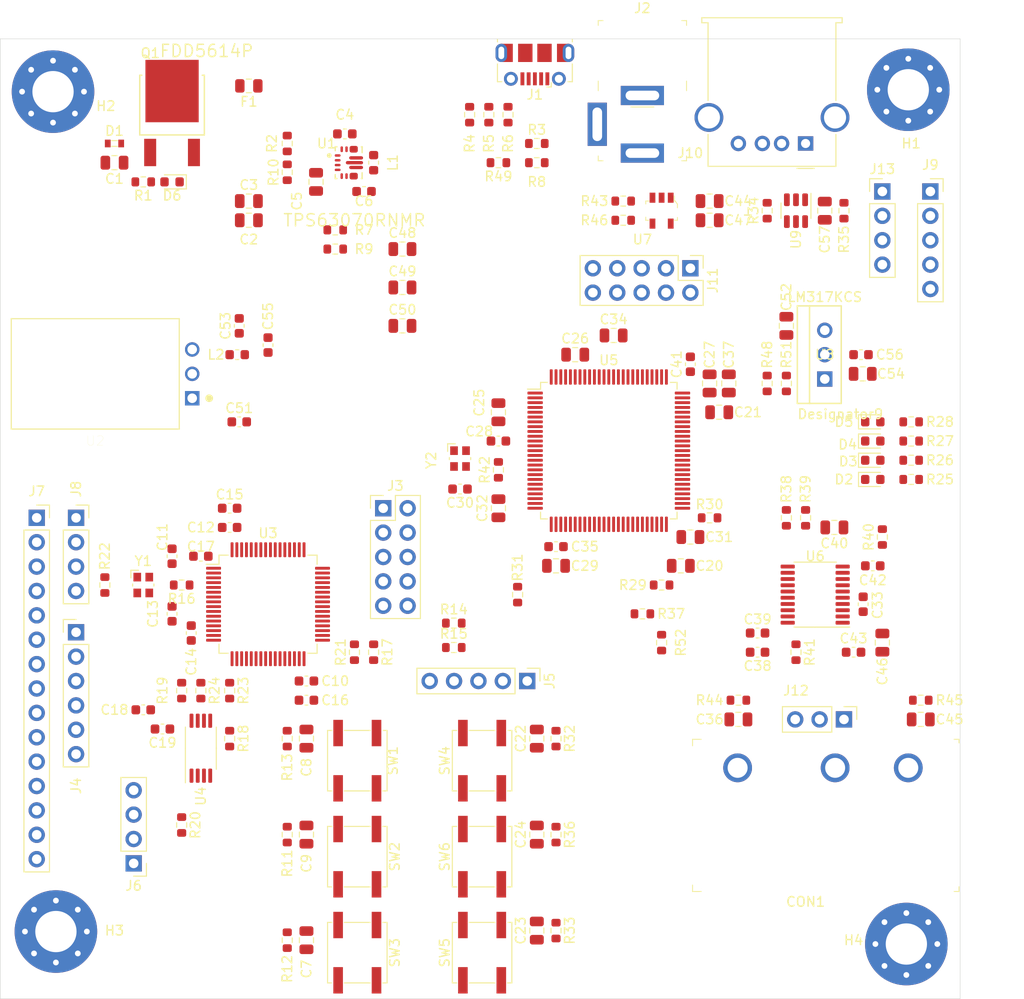
<source format=kicad_pcb>
(kicad_pcb (version 20171130) (host pcbnew 5.1.9)
  (layers (0 F.Cu signal) (31 B.Cu signal hide) (34 B.Paste user) (35 F.Paste user) (36 B.SilkS user) (37 F.SilkS user) (38 B.Mask user) (39 F.Mask user) (44 Edge.Cuts user))
  (net 0 "")
  (net 1 GND)
  (net 2 "Net-(C1-Pad1)")
  (net 3 "Net-(C2-Pad1)")
  (net 4 "Net-(C5-Pad1)")
  (net 5 "Net-(C48-Pad1)")
  (net 6 +3.3VA)
  (net 7 /user_io/USR_PUSHBTN)
  (net 8 /user_io/NRST)
  (net 9 /user_io/BOOT0)
  (net 10 /user_io/OSC_IN)
  (net 11 "Net-(C13-Pad1)")
  (net 12 "Net-(C20-Pad1)")
  (net 13 "Net-(C21-Pad1)")
  (net 14 /midi_dac/NRST)
  (net 15 /midi_dac/BOOT0)
  (net 16 /midi_dac/BOOT1)
  (net 17 /midi_dac/HSE_IN)
  (net 18 "Net-(C30-Pad1)")
  (net 19 "Net-(C33-Pad2)")
  (net 20 "Net-(C33-Pad1)")
  (net 21 /midi_dac/ANALOG_L)
  (net 22 /midi_dac/LDOO)
  (net 23 /midi_dac/USB_POWER)
  (net 24 /midi_dac/ANALOG_R)
  (net 25 /midi_dac/VNEG)
  (net 26 +5V)
  (net 27 +3.3VDAC)
  (net 28 /midi_dac/GPIO_OUTPUT_D12)
  (net 29 "Net-(D2-Pad2)")
  (net 30 "Net-(D3-Pad2)")
  (net 31 /midi_dac/GPIO_OUTPUT_D13)
  (net 32 /midi_dac/GPIO_OUTPUT_D14)
  (net 33 "Net-(D4-Pad2)")
  (net 34 "Net-(D5-Pad2)")
  (net 35 /midi_dac/GPIO_OUTPUT_D15)
  (net 36 "Net-(D6-Pad2)")
  (net 37 /VIN)
  (net 38 "Net-(J1-Pad2)")
  (net 39 "Net-(J1-Pad1)")
  (net 40 "Net-(J1-Pad4)")
  (net 41 "Net-(J1-Pad3)")
  (net 42 "Net-(J2-Pad1)")
  (net 43 "Net-(J3-Pad8)")
  (net 44 "Net-(J3-Pad7)")
  (net 45 "Net-(J3-Pad6)")
  (net 46 /user_io/SWCLK)
  (net 47 /user_io/SWDIO)
  (net 48 /user_io/RA8875_MISO)
  (net 49 /user_io/RA8875_MOSI)
  (net 50 /user_io/RA8875_SCK)
  (net 51 /user_io/RA8875_NSS)
  (net 52 /midi_dac/SPI_NSS)
  (net 53 /midi_dac/SPI_SCK)
  (net 54 /midi_dac/SPI_MOSI)
  (net 55 /user_io/MEMORY_SDA)
  (net 56 /user_io/MEMORY_SCL)
  (net 57 "Net-(J7-Pad3)")
  (net 58 "Net-(J7-Pad4)")
  (net 59 /user_io/USART_TX)
  (net 60 /user_io/USART_RX)
  (net 61 /midi_dac/I2S_WS)
  (net 62 /midi_dac/I2S_CK)
  (net 63 /midi_dac/I2S_SD)
  (net 64 /midi_dac/USB_DP)
  (net 65 /midi_dac/USB_DM)
  (net 66 /midi_dac/SWDIO)
  (net 67 /midi_dac/SWCLK)
  (net 68 /midi_dac/UART4_TX)
  (net 69 /midi_dac/UART4_RX)
  (net 70 "Net-(L1-Pad1)")
  (net 71 "Net-(L1-Pad2)")
  (net 72 "Net-(R2-Pad2)")
  (net 73 "Net-(R7-Pad2)")
  (net 74 "Net-(R10-Pad2)")
  (net 75 /midi_dac/SPI_INT)
  (net 76 /user_io/OSC_OUT)
  (net 77 /user_io/RA8875_NRST)
  (net 78 /user_io/RA8875_WAIT)
  (net 79 "Net-(R19-Pad1)")
  (net 80 /user_io/RA8875_INT)
  (net 81 "Net-(R29-Pad2)")
  (net 82 "Net-(R30-Pad2)")
  (net 83 "Net-(R31-Pad2)")
  (net 84 /midi_dac/USB_FS_DP)
  (net 85 /midi_dac/USB_FS_DM)
  (net 86 /midi_dac/SOFT_MUTE)
  (net 87 "Net-(R38-Pad1)")
  (net 88 "Net-(R39-Pad1)")
  (net 89 "Net-(R40-Pad1)")
  (net 90 "Net-(R41-Pad1)")
  (net 91 /midi_dac/HSE_OUT)
  (net 92 /midi_dac/USB_VBUS_EN)
  (net 93 /midi_dac/OUTL)
  (net 94 /midi_dac/OUTR)
  (net 95 /midi_dac/USB_FAULT)
  (net 96 "Net-(R48-Pad1)")
  (net 97 "Net-(U1-Pad6)")
  (net 98 "Net-(U3-Pad2)")
  (net 99 "Net-(U3-Pad3)")
  (net 100 "Net-(U3-Pad4)")
  (net 101 "Net-(U3-Pad8)")
  (net 102 "Net-(U3-Pad9)")
  (net 103 "Net-(U3-Pad10)")
  (net 104 "Net-(U3-Pad11)")
  (net 105 "Net-(U3-Pad15)")
  (net 106 "Net-(U3-Pad16)")
  (net 107 "Net-(U3-Pad17)")
  (net 108 "Net-(U3-Pad18)")
  (net 109 "Net-(U3-Pad19)")
  (net 110 "Net-(U3-Pad22)")
  (net 111 "Net-(U3-Pad24)")
  (net 112 "Net-(U3-Pad25)")
  (net 113 "Net-(U3-Pad28)")
  (net 114 "Net-(U3-Pad29)")
  (net 115 "Net-(U3-Pad30)")
  (net 116 "Net-(U3-Pad37)")
  (net 117 "Net-(U3-Pad38)")
  (net 118 "Net-(U3-Pad40)")
  (net 119 "Net-(U3-Pad44)")
  (net 120 "Net-(U3-Pad45)")
  (net 121 "Net-(U3-Pad47)")
  (net 122 "Net-(U3-Pad48)")
  (net 123 "Net-(U3-Pad50)")
  (net 124 "Net-(U3-Pad51)")
  (net 125 "Net-(U3-Pad52)")
  (net 126 "Net-(U3-Pad53)")
  (net 127 "Net-(U3-Pad54)")
  (net 128 "Net-(U3-Pad55)")
  (net 129 "Net-(U3-Pad56)")
  (net 130 "Net-(U3-Pad57)")
  (net 131 "Net-(U3-Pad61)")
  (net 132 "Net-(U3-Pad62)")
  (net 133 "Net-(U5-Pad1)")
  (net 134 "Net-(U5-Pad2)")
  (net 135 "Net-(U5-Pad3)")
  (net 136 "Net-(U5-Pad4)")
  (net 137 "Net-(U5-Pad5)")
  (net 138 "Net-(U5-Pad7)")
  (net 139 "Net-(U5-Pad8)")
  (net 140 "Net-(U5-Pad9)")
  (net 141 "Net-(U5-Pad16)")
  (net 142 "Net-(U5-Pad17)")
  (net 143 /midi_dac/GPIO_EXTI0)
  (net 144 "Net-(U5-Pad25)")
  (net 145 "Net-(U5-Pad26)")
  (net 146 "Net-(U5-Pad31)")
  (net 147 "Net-(U5-Pad33)")
  (net 148 "Net-(U5-Pad35)")
  (net 149 "Net-(U5-Pad36)")
  (net 150 "Net-(U5-Pad38)")
  (net 151 "Net-(U5-Pad39)")
  (net 152 "Net-(U5-Pad40)")
  (net 153 "Net-(U5-Pad41)")
  (net 154 "Net-(U5-Pad42)")
  (net 155 "Net-(U5-Pad43)")
  (net 156 "Net-(U5-Pad44)")
  (net 157 "Net-(U5-Pad45)")
  (net 158 "Net-(U5-Pad46)")
  (net 159 "Net-(U5-Pad48)")
  (net 160 "Net-(U5-Pad52)")
  (net 161 "Net-(U5-Pad53)")
  (net 162 "Net-(U5-Pad54)")
  (net 163 "Net-(U5-Pad55)")
  (net 164 "Net-(U5-Pad56)")
  (net 165 "Net-(U5-Pad57)")
  (net 166 "Net-(U5-Pad58)")
  (net 167 "Net-(U5-Pad63)")
  (net 168 "Net-(U5-Pad64)")
  (net 169 "Net-(U5-Pad65)")
  (net 170 "Net-(U5-Pad66)")
  (net 171 "Net-(U5-Pad67)")
  (net 172 /midi_dac/USB_FS_VBUS)
  (net 173 "Net-(U5-Pad69)")
  (net 174 "Net-(U5-Pad77)")
  (net 175 "Net-(U5-Pad79)")
  (net 176 "Net-(U5-Pad80)")
  (net 177 "Net-(U5-Pad81)")
  (net 178 "Net-(U5-Pad82)")
  (net 179 "Net-(U5-Pad83)")
  (net 180 "Net-(U5-Pad84)")
  (net 181 "Net-(U5-Pad85)")
  (net 182 "Net-(U5-Pad86)")
  (net 183 "Net-(U5-Pad87)")
  (net 184 "Net-(U5-Pad88)")
  (net 185 /midi_dac/SWO)
  (net 186 "Net-(U5-Pad91)")
  (net 187 "Net-(U5-Pad92)")
  (net 188 "Net-(U5-Pad93)")
  (net 189 "Net-(U5-Pad95)")
  (net 190 "Net-(U5-Pad96)")
  (net 191 "Net-(U5-Pad97)")
  (net 192 "Net-(U5-Pad98)")
  (net 193 "Net-(J7-Pad15)")
  (net 194 "Net-(J7-Pad14)")
  (net 195 "Net-(J7-Pad13)")
  (net 196 "Net-(J7-Pad12)")
  (net 197 "Net-(J11-Pad8)")
  (net 198 "Net-(J11-Pad7)")
  (net 199 "Net-(C53-Pad1)")
  (module lm317_ti:LM317KCS (layer F.Cu) (at 124 71 180)
    (fp_text reference U8 (at 0 0) (layer F.SilkS))
    (fp_text value LM317KCS (at 0 6) (layer F.SilkS))
    (fp_text user Designator9 (at -1.6256 -6.1976) (layer F.SilkS))
    (fp_text user * (at 0 0) (layer F.SilkS))
    (pad 3 thru_hole circle (at 0 2.54 180) (size 1.599999 1.599999) (drill 1.000001) (layers *.Cu *.Mask) (net 5 "Net-(C48-Pad1)"))
    (pad 2 thru_hole circle (at 0 0 180) (size 1.599999 1.599999) (drill 1.000001) (layers *.Cu *.Mask) (net 27 +3.3VDAC))
    (pad 1 thru_hole rect (at 0 -2.54 180) (size 1.599999 1.599999) (drill 1.000001) (layers *.Cu *.Mask) (net 96 "Net-(R48-Pad1)"))
  )
  (module Capacitor_SMD:C_0603_1608Metric (layer F.Cu) (at 66 70 90)
    (fp_text reference C55 (at 3 0 90) (layer F.SilkS))
    (fp_text value 22u)
    (pad 2 smd roundrect (at 0.775 0 90) (size 0.9 0.95) (layers F.Cu F.Paste F.Mask) (net 1 GND))
    (pad 1 smd roundrect (at -0.775 0 90) (size 0.9 0.95) (layers F.Cu F.Paste F.Mask) (net 6 +3.3VA))
  )
  (module Capacitor_SMD:C_0603_1608Metric (layer F.Cu) (at 63 68 90)
    (fp_text reference C53 (at 0 -1.43 90) (layer F.SilkS))
    (fp_text value 10u)
    (pad 2 smd roundrect (at 0.775 0 90) (size 0.9 0.95) (layers F.Cu F.Paste F.Mask) (net 1 GND))
    (pad 1 smd roundrect (at -0.775 0 90) (size 0.9 0.95) (layers F.Cu F.Paste F.Mask) (net 199 "Net-(C53-Pad1)"))
  )
  (module Capacitor_SMD:C_0603_1608Metric (layer F.Cu) (at 63 78)
    (fp_text reference C51 (at 0 -1.43) (layer F.SilkS))
    (fp_text value 10u)
    (pad 2 smd roundrect (at 0.775 0) (size 0.9 0.95) (layers F.Cu F.Paste F.Mask) (net 1 GND))
    (pad 1 smd roundrect (at -0.775 0) (size 0.9 0.95) (layers F.Cu F.Paste F.Mask) (net 5 "Net-(C48-Pad1)"))
  )
  (module v7803:CONV_V7803-1500R (layer F.Cu) (at 48 73 180)
    (fp_text reference U2 (at 0 -6.982465) (layer F.SilkS) (effects (font (size 1.002512 1.002512) (thickness 0.015))))
    (fp_text value V7803-1500R)
    (pad 3 thru_hole circle (at -10.1 2.54 180) (size 1.508 1.508) (drill 1) (layers *.Cu *.Mask) (net 199 "Net-(C53-Pad1)"))
    (pad 2 thru_hole circle (at -10.1 0 180) (size 1.508 1.508) (drill 1) (layers *.Cu *.Mask) (net 1 GND))
    (pad 1 thru_hole rect (at -10.1 -2.54 180) (size 1.508 1.508) (drill 1) (layers *.Cu *.Mask) (net 5 "Net-(C48-Pad1)"))
  )
  (module Inductor_SMD:L_0603_1608Metric (layer F.Cu) (at 62.7875 71 180)
    (fp_text reference L2 (at 2.2125 0) (layer F.SilkS))
    (fp_text value L_Small)
    (pad 2 smd roundrect (at 0.7875 0 180) (size 0.875 0.95) (layers F.Cu F.Paste F.Mask) (net 199 "Net-(C53-Pad1)"))
    (pad 1 smd roundrect (at -0.7875 0 180) (size 0.875 0.95) (layers F.Cu F.Paste F.Mask) (net 6 +3.3VA))
  )
  (module Connector_PinHeader_2.54mm:PinHeader_1x04_P2.54mm_Vertical (layer F.Cu) (at 130 54)
    (fp_text reference J13 (at 0 -2.33) (layer F.SilkS))
    (fp_text value Conn_01x04_Male)
    (pad 4 thru_hole oval (at 0 7.62) (size 1.7 1.7) (drill 1) (layers *.Cu *.Mask) (net 6 +3.3VA))
    (pad 3 thru_hole oval (at 0 5.08) (size 1.7 1.7) (drill 1) (layers *.Cu *.Mask) (net 69 /midi_dac/UART4_RX))
    (pad 2 thru_hole oval (at 0 2.54) (size 1.7 1.7) (drill 1) (layers *.Cu *.Mask) (net 68 /midi_dac/UART4_TX))
    (pad 1 thru_hole rect (at 0 0) (size 1.7 1.7) (drill 1) (layers *.Cu *.Mask) (net 1 GND))
  )
  (module Connector_PinHeader_2.54mm:PinHeader_1x03_P2.54mm_Vertical (layer F.Cu) (at 126 109 270)
    (fp_text reference J12 (at -3 5 180) (layer F.SilkS))
    (fp_text value Conn_01x03_Male)
    (pad 3 thru_hole oval (at 0 5.08 270) (size 1.7 1.7) (drill 1) (layers *.Cu *.Mask) (net 21 /midi_dac/ANALOG_L))
    (pad 2 thru_hole oval (at 0 2.54 270) (size 1.7 1.7) (drill 1) (layers *.Cu *.Mask) (net 24 /midi_dac/ANALOG_R))
    (pad 1 thru_hole rect (at 0 0 270) (size 1.7 1.7) (drill 1) (layers *.Cu *.Mask) (net 1 GND))
  )
  (module Connector_PinHeader_2.54mm:PinHeader_2x05_P2.54mm_Vertical (layer F.Cu) (at 110 62 270)
    (fp_text reference J11 (at 1.27 -2.33 90) (layer F.SilkS))
    (fp_text value Conn_02x05_Odd_Even)
    (pad 10 thru_hole oval (at 2.54 10.16 270) (size 1.7 1.7) (drill 1) (layers *.Cu *.Mask) (net 14 /midi_dac/NRST))
    (pad 9 thru_hole oval (at 0 10.16 270) (size 1.7 1.7) (drill 1) (layers *.Cu *.Mask) (net 1 GND))
    (pad 8 thru_hole oval (at 2.54 7.62 270) (size 1.7 1.7) (drill 1) (layers *.Cu *.Mask) (net 197 "Net-(J11-Pad8)"))
    (pad 7 thru_hole oval (at 0 7.62 270) (size 1.7 1.7) (drill 1) (layers *.Cu *.Mask) (net 198 "Net-(J11-Pad7)"))
    (pad 6 thru_hole oval (at 2.54 5.08 270) (size 1.7 1.7) (drill 1) (layers *.Cu *.Mask) (net 185 /midi_dac/SWO))
    (pad 5 thru_hole oval (at 0 5.08 270) (size 1.7 1.7) (drill 1) (layers *.Cu *.Mask) (net 1 GND))
    (pad 4 thru_hole oval (at 2.54 2.54 270) (size 1.7 1.7) (drill 1) (layers *.Cu *.Mask) (net 67 /midi_dac/SWCLK))
    (pad 3 thru_hole oval (at 0 2.54 270) (size 1.7 1.7) (drill 1) (layers *.Cu *.Mask) (net 1 GND))
    (pad 2 thru_hole oval (at 2.54 0 270) (size 1.7 1.7) (drill 1) (layers *.Cu *.Mask) (net 66 /midi_dac/SWDIO))
    (pad 1 thru_hole rect (at 0 0 270) (size 1.7 1.7) (drill 1) (layers *.Cu *.Mask) (net 6 +3.3VA))
  )
  (module Connector_PinSocket_2.54mm:PinSocket_1x05_P2.54mm_Vertical (layer F.Cu) (at 135 54)
    (fp_text reference J9 (at 0 -2.77) (layer F.SilkS))
    (fp_text value Conn_01x05_Male)
    (pad 5 thru_hole oval (at 0 10.16) (size 1.7 1.7) (drill 1) (layers *.Cu *.Mask) (net 6 +3.3VA))
    (pad 4 thru_hole oval (at 0 7.62) (size 1.7 1.7) (drill 1) (layers *.Cu *.Mask) (net 61 /midi_dac/I2S_WS))
    (pad 3 thru_hole oval (at 0 5.08) (size 1.7 1.7) (drill 1) (layers *.Cu *.Mask) (net 62 /midi_dac/I2S_CK))
    (pad 2 thru_hole oval (at 0 2.54) (size 1.7 1.7) (drill 1) (layers *.Cu *.Mask) (net 63 /midi_dac/I2S_SD))
    (pad 1 thru_hole rect (at 0 0) (size 1.7 1.7) (drill 1) (layers *.Cu *.Mask) (net 1 GND))
  )
  (module Connector_PinSocket_2.54mm:PinSocket_1x04_P2.54mm_Vertical (layer F.Cu) (at 46 88)
    (fp_text reference J8 (at 0 -3 90) (layer F.SilkS))
    (fp_text value Conn_01x04_Male)
    (pad 4 thru_hole oval (at 0 7.62) (size 1.7 1.7) (drill 1) (layers *.Cu *.Mask) (net 6 +3.3VA))
    (pad 3 thru_hole oval (at 0 5.08) (size 1.7 1.7) (drill 1) (layers *.Cu *.Mask) (net 60 /user_io/USART_RX))
    (pad 2 thru_hole oval (at 0 2.54) (size 1.7 1.7) (drill 1) (layers *.Cu *.Mask) (net 59 /user_io/USART_TX))
    (pad 1 thru_hole rect (at 0 0) (size 1.7 1.7) (drill 1) (layers *.Cu *.Mask) (net 1 GND))
  )
  (module Connector_PinSocket_2.54mm:PinSocket_1x15_P2.54mm_Vertical (layer F.Cu) (at 41.9 88)
    (fp_text reference J7 (at 0 -2.77) (layer F.SilkS))
    (fp_text value Conn_01x15_Female)
    (pad 15 thru_hole oval (at 0 35.56) (size 1.7 1.7) (drill 1) (layers *.Cu *.Mask) (net 193 "Net-(J7-Pad15)"))
    (pad 14 thru_hole oval (at 0 33.02) (size 1.7 1.7) (drill 1) (layers *.Cu *.Mask) (net 194 "Net-(J7-Pad14)"))
    (pad 13 thru_hole oval (at 0 30.48) (size 1.7 1.7) (drill 1) (layers *.Cu *.Mask) (net 195 "Net-(J7-Pad13)"))
    (pad 12 thru_hole oval (at 0 27.94) (size 1.7 1.7) (drill 1) (layers *.Cu *.Mask) (net 196 "Net-(J7-Pad12)"))
    (pad 11 thru_hole oval (at 0 25.4) (size 1.7 1.7) (drill 1) (layers *.Cu *.Mask) (net 80 /user_io/RA8875_INT))
    (pad 10 thru_hole oval (at 0 22.86) (size 1.7 1.7) (drill 1) (layers *.Cu *.Mask) (net 78 /user_io/RA8875_WAIT))
    (pad 9 thru_hole oval (at 0 20.32) (size 1.7 1.7) (drill 1) (layers *.Cu *.Mask) (net 77 /user_io/RA8875_NRST))
    (pad 8 thru_hole oval (at 0 17.78) (size 1.7 1.7) (drill 1) (layers *.Cu *.Mask) (net 51 /user_io/RA8875_NSS))
    (pad 7 thru_hole oval (at 0 15.24) (size 1.7 1.7) (drill 1) (layers *.Cu *.Mask) (net 49 /user_io/RA8875_MOSI))
    (pad 6 thru_hole oval (at 0 12.7) (size 1.7 1.7) (drill 1) (layers *.Cu *.Mask) (net 48 /user_io/RA8875_MISO))
    (pad 5 thru_hole oval (at 0 10.16) (size 1.7 1.7) (drill 1) (layers *.Cu *.Mask) (net 50 /user_io/RA8875_SCK))
    (pad 4 thru_hole oval (at 0 7.62) (size 1.7 1.7) (drill 1) (layers *.Cu *.Mask) (net 58 "Net-(J7-Pad4)"))
    (pad 3 thru_hole oval (at 0 5.08) (size 1.7 1.7) (drill 1) (layers *.Cu *.Mask) (net 57 "Net-(J7-Pad3)"))
    (pad 2 thru_hole oval (at 0 2.54) (size 1.7 1.7) (drill 1) (layers *.Cu *.Mask) (net 1 GND))
    (pad 1 thru_hole rect (at 0 0) (size 1.7 1.7) (drill 1) (layers *.Cu *.Mask) (net 6 +3.3VA))
  )
  (module Connector_PinHeader_2.54mm:PinHeader_1x04_P2.54mm_Vertical (layer F.Cu) (at 52 124 180)
    (fp_text reference J6 (at 0 -2.33) (layer F.SilkS))
    (fp_text value Conn_01x04_Male)
    (pad 4 thru_hole oval (at 0 7.62 180) (size 1.7 1.7) (drill 1) (layers *.Cu *.Mask) (net 6 +3.3VA))
    (pad 3 thru_hole oval (at 0 5.08 180) (size 1.7 1.7) (drill 1) (layers *.Cu *.Mask) (net 56 /user_io/MEMORY_SCL))
    (pad 2 thru_hole oval (at 0 2.54 180) (size 1.7 1.7) (drill 1) (layers *.Cu *.Mask) (net 55 /user_io/MEMORY_SDA))
    (pad 1 thru_hole rect (at 0 0 180) (size 1.7 1.7) (drill 1) (layers *.Cu *.Mask) (net 1 GND))
  )
  (module Connector_PinHeader_2.54mm:PinHeader_1x05_P2.54mm_Vertical (layer F.Cu) (at 93 105 270)
    (fp_text reference J5 (at 0 -2.33 90) (layer F.SilkS))
    (fp_text value Conn_01x05_Male)
    (pad 5 thru_hole oval (at 0 10.16 270) (size 1.7 1.7) (drill 1) (layers *.Cu *.Mask) (net 6 +3.3VA))
    (pad 4 thru_hole oval (at 0 7.62 270) (size 1.7 1.7) (drill 1) (layers *.Cu *.Mask) (net 52 /midi_dac/SPI_NSS))
    (pad 3 thru_hole oval (at 0 5.08 270) (size 1.7 1.7) (drill 1) (layers *.Cu *.Mask) (net 53 /midi_dac/SPI_SCK))
    (pad 2 thru_hole oval (at 0 2.54 270) (size 1.7 1.7) (drill 1) (layers *.Cu *.Mask) (net 54 /midi_dac/SPI_MOSI))
    (pad 1 thru_hole rect (at 0 0 270) (size 1.7 1.7) (drill 1) (layers *.Cu *.Mask) (net 1 GND))
  )
  (module Connector_PinHeader_2.54mm:PinHeader_1x06_P2.54mm_Vertical (layer F.Cu) (at 46 99.92)
    (fp_text reference J4 (at 0 16 90) (layer F.SilkS))
    (fp_text value Conn_01x06_Male)
    (pad 6 thru_hole oval (at 0 12.7) (size 1.7 1.7) (drill 1) (layers *.Cu *.Mask) (net 6 +3.3VA))
    (pad 5 thru_hole oval (at 0 10.16) (size 1.7 1.7) (drill 1) (layers *.Cu *.Mask) (net 51 /user_io/RA8875_NSS))
    (pad 4 thru_hole oval (at 0 7.62) (size 1.7 1.7) (drill 1) (layers *.Cu *.Mask) (net 50 /user_io/RA8875_SCK))
    (pad 3 thru_hole oval (at 0 5.08) (size 1.7 1.7) (drill 1) (layers *.Cu *.Mask) (net 49 /user_io/RA8875_MOSI))
    (pad 2 thru_hole oval (at 0 2.54) (size 1.7 1.7) (drill 1) (layers *.Cu *.Mask) (net 48 /user_io/RA8875_MISO))
    (pad 1 thru_hole rect (at 0 0) (size 1.7 1.7) (drill 1) (layers *.Cu *.Mask) (net 1 GND))
  )
  (module Connector_PinHeader_2.54mm:PinHeader_2x05_P2.54mm_Vertical (layer F.Cu) (at 78 87)
    (fp_text reference J3 (at 1.27 -2.33) (layer F.SilkS))
    (fp_text value Conn_02x05_Odd_Even)
    (pad 10 thru_hole oval (at 2.54 10.16) (size 1.7 1.7) (drill 1) (layers *.Cu *.Mask) (net 8 /user_io/NRST))
    (pad 9 thru_hole oval (at 0 10.16) (size 1.7 1.7) (drill 1) (layers *.Cu *.Mask) (net 1 GND))
    (pad 8 thru_hole oval (at 2.54 7.62) (size 1.7 1.7) (drill 1) (layers *.Cu *.Mask) (net 43 "Net-(J3-Pad8)"))
    (pad 7 thru_hole oval (at 0 7.62) (size 1.7 1.7) (drill 1) (layers *.Cu *.Mask) (net 44 "Net-(J3-Pad7)"))
    (pad 6 thru_hole oval (at 2.54 5.08) (size 1.7 1.7) (drill 1) (layers *.Cu *.Mask) (net 45 "Net-(J3-Pad6)"))
    (pad 5 thru_hole oval (at 0 5.08) (size 1.7 1.7) (drill 1) (layers *.Cu *.Mask) (net 1 GND))
    (pad 4 thru_hole oval (at 2.54 2.54) (size 1.7 1.7) (drill 1) (layers *.Cu *.Mask) (net 46 /user_io/SWCLK))
    (pad 3 thru_hole oval (at 0 2.54) (size 1.7 1.7) (drill 1) (layers *.Cu *.Mask) (net 1 GND))
    (pad 2 thru_hole oval (at 2.54 0) (size 1.7 1.7) (drill 1) (layers *.Cu *.Mask) (net 47 /user_io/SWDIO))
    (pad 1 thru_hole rect (at 0 0) (size 1.7 1.7) (drill 1) (layers *.Cu *.Mask) (net 6 +3.3VA))
  )
  (module Capacitor_SMD:C_0805_2012Metric (layer F.Cu) (at 50 51 180)
    (fp_text reference C1 (at 0 -1.68) (layer F.SilkS))
    (fp_text value 1u)
    (pad 2 smd roundrect (at 0.95 0 180) (size 1 1.45) (layers F.Cu F.Paste F.Mask) (net 1 GND))
    (pad 1 smd roundrect (at -0.95 0 180) (size 1 1.45) (layers F.Cu F.Paste F.Mask) (net 2 "Net-(C1-Pad1)"))
  )
  (module Capacitor_SMD:C_0805_2012Metric (layer F.Cu) (at 64 57)
    (fp_text reference C2 (at 0 2) (layer F.SilkS))
    (fp_text value 10u)
    (pad 1 smd roundrect (at -0.95 0) (size 1 1.45) (layers F.Cu F.Paste F.Mask) (net 3 "Net-(C2-Pad1)"))
    (pad 2 smd roundrect (at 0.95 0) (size 1 1.45) (layers F.Cu F.Paste F.Mask) (net 1 GND))
  )
  (module Capacitor_SMD:C_0805_2012Metric (layer F.Cu) (at 64 55)
    (fp_text reference C3 (at 0 -1.68) (layer F.SilkS))
    (fp_text value 10u)
    (pad 2 smd roundrect (at 0.95 0) (size 1 1.45) (layers F.Cu F.Paste F.Mask) (net 1 GND))
    (pad 1 smd roundrect (at -0.95 0) (size 1 1.45) (layers F.Cu F.Paste F.Mask) (net 3 "Net-(C2-Pad1)"))
  )
  (module Capacitor_SMD:C_0603_1608Metric (layer F.Cu) (at 74 48 180)
    (fp_text reference C4 (at 0 2) (layer F.SilkS))
    (fp_text value 10u)
    (pad 1 smd roundrect (at -0.775 0 180) (size 0.9 0.95) (layers F.Cu F.Paste F.Mask) (net 3 "Net-(C2-Pad1)"))
    (pad 2 smd roundrect (at 0.775 0 180) (size 0.9 0.95) (layers F.Cu F.Paste F.Mask) (net 1 GND))
  )
  (module Capacitor_SMD:C_0805_2012Metric (layer F.Cu) (at 71 53 270)
    (fp_text reference C5 (at 2 2 90) (layer F.SilkS))
    (fp_text value 100n)
    (pad 1 smd roundrect (at -0.95 0 270) (size 1 1.45) (layers F.Cu F.Paste F.Mask) (net 4 "Net-(C5-Pad1)"))
    (pad 2 smd roundrect (at 0.95 0 270) (size 1 1.45) (layers F.Cu F.Paste F.Mask) (net 1 GND))
  )
  (module Capacitor_SMD:C_0603_1608Metric (layer F.Cu) (at 76 54)
    (fp_text reference C6 (at 0 1) (layer F.SilkS))
    (fp_text value 10u)
    (pad 2 smd roundrect (at 0.775 0) (size 0.9 0.95) (layers F.Cu F.Paste F.Mask) (net 1 GND))
    (pad 1 smd roundrect (at -0.775 0) (size 0.9 0.95) (layers F.Cu F.Paste F.Mask) (net 5 "Net-(C48-Pad1)"))
  )
  (module Capacitor_SMD:C_0805_2012Metric (layer F.Cu) (at 70 132 270)
    (fp_text reference C7 (at 3 0 90) (layer F.SilkS))
    (fp_text value 100n)
    (pad 2 smd roundrect (at 0.95 0 270) (size 1 1.45) (layers F.Cu F.Paste F.Mask) (net 6 +3.3VA))
    (pad 1 smd roundrect (at -0.95 0 270) (size 1 1.45) (layers F.Cu F.Paste F.Mask) (net 7 /user_io/USR_PUSHBTN))
  )
  (module Capacitor_SMD:C_0805_2012Metric (layer F.Cu) (at 70 111 90)
    (fp_text reference C8 (at -3 0 90) (layer F.SilkS))
    (fp_text value 100n)
    (pad 1 smd roundrect (at -0.95 0 90) (size 1 1.45) (layers F.Cu F.Paste F.Mask) (net 1 GND))
    (pad 2 smd roundrect (at 0.95 0 90) (size 1 1.45) (layers F.Cu F.Paste F.Mask) (net 8 /user_io/NRST))
  )
  (module Capacitor_SMD:C_0805_2012Metric (layer F.Cu) (at 70 121 270)
    (fp_text reference C9 (at 3 0 90) (layer F.SilkS))
    (fp_text value 100n)
    (pad 2 smd roundrect (at 0.95 0 270) (size 1 1.45) (layers F.Cu F.Paste F.Mask) (net 6 +3.3VA))
    (pad 1 smd roundrect (at -0.95 0 270) (size 1 1.45) (layers F.Cu F.Paste F.Mask) (net 9 /user_io/BOOT0))
  )
  (module Capacitor_SMD:C_0603_1608Metric (layer F.Cu) (at 70 105 180)
    (fp_text reference C10 (at -3 0) (layer F.SilkS))
    (fp_text value 100n)
    (pad 2 smd roundrect (at 0.775 0 180) (size 0.9 0.95) (layers F.Cu F.Paste F.Mask) (net 1 GND))
    (pad 1 smd roundrect (at -0.775 0 180) (size 0.9 0.95) (layers F.Cu F.Paste F.Mask) (net 6 +3.3VA))
  )
  (module Capacitor_SMD:C_0603_1608Metric (layer F.Cu) (at 56 92 90)
    (fp_text reference C11 (at 2 -1 90) (layer F.SilkS))
    (fp_text value 20p)
    (pad 1 smd roundrect (at -0.775 0 90) (size 0.9 0.95) (layers F.Cu F.Paste F.Mask) (net 10 /user_io/OSC_IN))
    (pad 2 smd roundrect (at 0.775 0 90) (size 0.9 0.95) (layers F.Cu F.Paste F.Mask) (net 1 GND))
  )
  (module Capacitor_SMD:C_0603_1608Metric (layer F.Cu) (at 62 89)
    (fp_text reference C12 (at -3 0) (layer F.SilkS))
    (fp_text value 4.7u)
    (pad 1 smd roundrect (at -0.775 0) (size 0.9 0.95) (layers F.Cu F.Paste F.Mask) (net 6 +3.3VA))
    (pad 2 smd roundrect (at 0.775 0) (size 0.9 0.95) (layers F.Cu F.Paste F.Mask) (net 1 GND))
  )
  (module Capacitor_SMD:C_0603_1608Metric (layer F.Cu) (at 56 98 270)
    (fp_text reference C13 (at 0 2 90) (layer F.SilkS))
    (fp_text value 20p)
    (pad 1 smd roundrect (at -0.775 0 270) (size 0.9 0.95) (layers F.Cu F.Paste F.Mask) (net 11 "Net-(C13-Pad1)"))
    (pad 2 smd roundrect (at 0.775 0 270) (size 0.9 0.95) (layers F.Cu F.Paste F.Mask) (net 1 GND))
  )
  (module Capacitor_SMD:C_0603_1608Metric (layer F.Cu) (at 58 100 90)
    (fp_text reference C14 (at -3 0 90) (layer F.SilkS))
    (fp_text value 100n)
    (pad 2 smd roundrect (at 0.775 0 90) (size 0.9 0.95) (layers F.Cu F.Paste F.Mask) (net 1 GND))
    (pad 1 smd roundrect (at -0.775 0 90) (size 0.9 0.95) (layers F.Cu F.Paste F.Mask) (net 6 +3.3VA))
  )
  (module Capacitor_SMD:C_0603_1608Metric (layer F.Cu) (at 62 87)
    (fp_text reference C15 (at 0 -1.43) (layer F.SilkS))
    (fp_text value 100n)
    (pad 2 smd roundrect (at 0.775 0) (size 0.9 0.95) (layers F.Cu F.Paste F.Mask) (net 1 GND))
    (pad 1 smd roundrect (at -0.775 0) (size 0.9 0.95) (layers F.Cu F.Paste F.Mask) (net 6 +3.3VA))
  )
  (module Capacitor_SMD:C_0603_1608Metric (layer F.Cu) (at 70 107 180)
    (fp_text reference C16 (at -3 0) (layer F.SilkS))
    (fp_text value 1u)
    (pad 1 smd roundrect (at -0.775 0 180) (size 0.9 0.95) (layers F.Cu F.Paste F.Mask) (net 6 +3.3VA))
    (pad 2 smd roundrect (at 0.775 0 180) (size 0.9 0.95) (layers F.Cu F.Paste F.Mask) (net 1 GND))
  )
  (module Capacitor_SMD:C_0603_1608Metric (layer F.Cu) (at 59 92)
    (fp_text reference C17 (at 0 -1) (layer F.SilkS))
    (fp_text value 10n)
    (pad 2 smd roundrect (at 0.775 0) (size 0.9 0.95) (layers F.Cu F.Paste F.Mask) (net 1 GND))
    (pad 1 smd roundrect (at -0.775 0) (size 0.9 0.95) (layers F.Cu F.Paste F.Mask) (net 6 +3.3VA))
  )
  (module Capacitor_SMD:C_0603_1608Metric (layer F.Cu) (at 53 108 180)
    (fp_text reference C18 (at 3 0) (layer F.SilkS))
    (fp_text value 100n)
    (pad 1 smd roundrect (at -0.775 0 180) (size 0.9 0.95) (layers F.Cu F.Paste F.Mask) (net 6 +3.3VA))
    (pad 2 smd roundrect (at 0.775 0 180) (size 0.9 0.95) (layers F.Cu F.Paste F.Mask) (net 1 GND))
  )
  (module Capacitor_SMD:C_0603_1608Metric (layer F.Cu) (at 55 110 180)
    (fp_text reference C19 (at 0 -1.43) (layer F.SilkS))
    (fp_text value 100n)
    (pad 2 smd roundrect (at 0.775 0 180) (size 0.9 0.95) (layers F.Cu F.Paste F.Mask) (net 1 GND))
    (pad 1 smd roundrect (at -0.775 0 180) (size 0.9 0.95) (layers F.Cu F.Paste F.Mask) (net 6 +3.3VA))
  )
  (module Capacitor_SMD:C_0805_2012Metric (layer F.Cu) (at 109 93)
    (fp_text reference C20 (at 3 0) (layer F.SilkS))
    (fp_text value 2.2u)
    (pad 2 smd roundrect (at 0.95 0) (size 1 1.45) (layers F.Cu F.Paste F.Mask) (net 1 GND))
    (pad 1 smd roundrect (at -0.95 0) (size 1 1.45) (layers F.Cu F.Paste F.Mask) (net 12 "Net-(C20-Pad1)"))
  )
  (module Capacitor_SMD:C_0805_2012Metric (layer F.Cu) (at 113 77)
    (fp_text reference C21 (at 3 0) (layer F.SilkS))
    (fp_text value 2.2u)
    (pad 1 smd roundrect (at -0.95 0) (size 1 1.45) (layers F.Cu F.Paste F.Mask) (net 13 "Net-(C21-Pad1)"))
    (pad 2 smd roundrect (at 0.95 0) (size 1 1.45) (layers F.Cu F.Paste F.Mask) (net 1 GND))
  )
  (module Capacitor_SMD:C_0805_2012Metric (layer F.Cu) (at 94 111 90)
    (fp_text reference C22 (at 0 -1.68 90) (layer F.SilkS))
    (fp_text value 100n)
    (pad 1 smd roundrect (at -0.95 0 90) (size 1 1.45) (layers F.Cu F.Paste F.Mask) (net 1 GND))
    (pad 2 smd roundrect (at 0.95 0 90) (size 1 1.45) (layers F.Cu F.Paste F.Mask) (net 14 /midi_dac/NRST))
  )
  (module Capacitor_SMD:C_0805_2012Metric (layer F.Cu) (at 94 131 90)
    (fp_text reference C23 (at 0 -1.68 90) (layer F.SilkS))
    (fp_text value 100n)
    (pad 2 smd roundrect (at 0.95 0 90) (size 1 1.45) (layers F.Cu F.Paste F.Mask) (net 15 /midi_dac/BOOT0))
    (pad 1 smd roundrect (at -0.95 0 90) (size 1 1.45) (layers F.Cu F.Paste F.Mask) (net 6 +3.3VA))
  )
  (module Capacitor_SMD:C_0805_2012Metric (layer F.Cu) (at 94 121 90)
    (fp_text reference C24 (at 0 -1.68 90) (layer F.SilkS))
    (fp_text value 100n)
    (pad 1 smd roundrect (at -0.95 0 90) (size 1 1.45) (layers F.Cu F.Paste F.Mask) (net 6 +3.3VA))
    (pad 2 smd roundrect (at 0.95 0 90) (size 1 1.45) (layers F.Cu F.Paste F.Mask) (net 16 /midi_dac/BOOT1))
  )
  (module Capacitor_SMD:C_0805_2012Metric (layer F.Cu) (at 90 77 270)
    (fp_text reference C25 (at -1 2 90) (layer F.SilkS))
    (fp_text value 100n)
    (pad 1 smd roundrect (at -0.95 0 270) (size 1 1.45) (layers F.Cu F.Paste F.Mask) (net 6 +3.3VA))
    (pad 2 smd roundrect (at 0.95 0 270) (size 1 1.45) (layers F.Cu F.Paste F.Mask) (net 1 GND))
  )
  (module Capacitor_SMD:C_0805_2012Metric (layer F.Cu) (at 98 71)
    (fp_text reference C26 (at 0 -1.68) (layer F.SilkS))
    (fp_text value 100n)
    (pad 2 smd roundrect (at 0.95 0) (size 1 1.45) (layers F.Cu F.Paste F.Mask) (net 1 GND))
    (pad 1 smd roundrect (at -0.95 0) (size 1 1.45) (layers F.Cu F.Paste F.Mask) (net 6 +3.3VA))
  )
  (module Capacitor_SMD:C_0805_2012Metric (layer F.Cu) (at 112 74 270)
    (fp_text reference C27 (at -3 0 90) (layer F.SilkS))
    (fp_text value 100n)
    (pad 1 smd roundrect (at -0.95 0 270) (size 1 1.45) (layers F.Cu F.Paste F.Mask) (net 6 +3.3VA))
    (pad 2 smd roundrect (at 0.95 0 270) (size 1 1.45) (layers F.Cu F.Paste F.Mask) (net 1 GND))
  )
  (module Capacitor_SMD:C_0603_1608Metric (layer F.Cu) (at 90 80 180)
    (fp_text reference C28 (at 2 1) (layer F.SilkS))
    (fp_text value 20p)
    (pad 1 smd roundrect (at -0.775 0 180) (size 0.9 0.95) (layers F.Cu F.Paste F.Mask) (net 17 /midi_dac/HSE_IN))
    (pad 2 smd roundrect (at 0.775 0 180) (size 0.9 0.95) (layers F.Cu F.Paste F.Mask) (net 1 GND))
  )
  (module Capacitor_SMD:C_0805_2012Metric (layer F.Cu) (at 96 93 180)
    (fp_text reference C29 (at -3 0) (layer F.SilkS))
    (fp_text value 100n)
    (pad 2 smd roundrect (at 0.95 0 180) (size 1 1.45) (layers F.Cu F.Paste F.Mask) (net 1 GND))
    (pad 1 smd roundrect (at -0.95 0 180) (size 1 1.45) (layers F.Cu F.Paste F.Mask) (net 6 +3.3VA))
  )
  (module Capacitor_SMD:C_0603_1608Metric (layer F.Cu) (at 86 85 180)
    (fp_text reference C30 (at 0 -1.43) (layer F.SilkS))
    (fp_text value 20p)
    (pad 2 smd roundrect (at 0.775 0 180) (size 0.9 0.95) (layers F.Cu F.Paste F.Mask) (net 1 GND))
    (pad 1 smd roundrect (at -0.775 0 180) (size 0.9 0.95) (layers F.Cu F.Paste F.Mask) (net 18 "Net-(C30-Pad1)"))
  )
  (module Capacitor_SMD:C_0805_2012Metric (layer F.Cu) (at 110 90)
    (fp_text reference C31 (at 3 0) (layer F.SilkS))
    (fp_text value 100n)
    (pad 1 smd roundrect (at -0.95 0) (size 1 1.45) (layers F.Cu F.Paste F.Mask) (net 6 +3.3VA))
    (pad 2 smd roundrect (at 0.95 0) (size 1 1.45) (layers F.Cu F.Paste F.Mask) (net 1 GND))
  )
  (module Capacitor_SMD:C_0805_2012Metric (layer F.Cu) (at 90 87 90)
    (fp_text reference C32 (at 0 -1.68 90) (layer F.SilkS))
    (fp_text value 100n)
    (pad 2 smd roundrect (at 0.95 0 90) (size 1 1.45) (layers F.Cu F.Paste F.Mask) (net 1 GND))
    (pad 1 smd roundrect (at -0.95 0 90) (size 1 1.45) (layers F.Cu F.Paste F.Mask) (net 6 +3.3VA))
  )
  (module Capacitor_SMD:C_0603_1608Metric (layer F.Cu) (at 128 97 90)
    (fp_text reference C33 (at -0.1 1.5 90) (layer F.SilkS))
    (fp_text value 2.2u)
    (pad 2 smd roundrect (at 0.775 0 90) (size 0.9 0.95) (layers F.Cu F.Paste F.Mask) (net 19 "Net-(C33-Pad2)"))
    (pad 1 smd roundrect (at -0.775 0 90) (size 0.9 0.95) (layers F.Cu F.Paste F.Mask) (net 20 "Net-(C33-Pad1)"))
  )
  (module Capacitor_SMD:C_0805_2012Metric (layer F.Cu) (at 102 69)
    (fp_text reference C34 (at 0 -1.68) (layer F.SilkS))
    (fp_text value 100n)
    (pad 1 smd roundrect (at -0.95 0) (size 1 1.45) (layers F.Cu F.Paste F.Mask) (net 6 +3.3VA))
    (pad 2 smd roundrect (at 0.95 0) (size 1 1.45) (layers F.Cu F.Paste F.Mask) (net 1 GND))
  )
  (module Capacitor_SMD:C_0603_1608Metric (layer F.Cu) (at 96 91 180)
    (fp_text reference C35 (at -3 0) (layer F.SilkS))
    (fp_text value 10u)
    (pad 2 smd roundrect (at 0.775 0 180) (size 0.9 0.95) (layers F.Cu F.Paste F.Mask) (net 1 GND))
    (pad 1 smd roundrect (at -0.775 0 180) (size 0.9 0.95) (layers F.Cu F.Paste F.Mask) (net 6 +3.3VA))
  )
  (module Capacitor_SMD:C_0805_2012Metric (layer F.Cu) (at 115 109)
    (fp_text reference C36 (at -3 0) (layer F.SilkS))
    (fp_text value 2.2n)
    (pad 2 smd roundrect (at 0.95 0) (size 1 1.45) (layers F.Cu F.Paste F.Mask) (net 1 GND))
    (pad 1 smd roundrect (at -0.95 0) (size 1 1.45) (layers F.Cu F.Paste F.Mask) (net 21 /midi_dac/ANALOG_L))
  )
  (module Capacitor_SMD:C_0805_2012Metric (layer F.Cu) (at 114 74 270)
    (fp_text reference C37 (at -3 0 90) (layer F.SilkS))
    (fp_text value 100n)
    (pad 2 smd roundrect (at 0.95 0 270) (size 1 1.45) (layers F.Cu F.Paste F.Mask) (net 1 GND))
    (pad 1 smd roundrect (at -0.95 0 270) (size 1 1.45) (layers F.Cu F.Paste F.Mask) (net 6 +3.3VA))
  )
  (module Capacitor_SMD:C_0603_1608Metric (layer F.Cu) (at 117 102 180)
    (fp_text reference C38 (at 0 -1.43) (layer F.SilkS))
    (fp_text value .1u)
    (pad 1 smd roundrect (at -0.775 0 180) (size 0.9 0.95) (layers F.Cu F.Paste F.Mask) (net 6 +3.3VA))
    (pad 2 smd roundrect (at 0.775 0 180) (size 0.9 0.95) (layers F.Cu F.Paste F.Mask) (net 1 GND))
  )
  (module Capacitor_SMD:C_0603_1608Metric (layer F.Cu) (at 117 100)
    (fp_text reference C39 (at 0 -1.43) (layer F.SilkS))
    (fp_text value .1u)
    (pad 1 smd roundrect (at -0.775 0) (size 0.9 0.95) (layers F.Cu F.Paste F.Mask) (net 1 GND))
    (pad 2 smd roundrect (at 0.775 0) (size 0.9 0.95) (layers F.Cu F.Paste F.Mask) (net 22 /midi_dac/LDOO))
  )
  (module Capacitor_SMD:C_0805_2012Metric (layer F.Cu) (at 125 89 180)
    (fp_text reference C40 (at 0 -1.655001) (layer F.SilkS))
    (fp_text value 10u)
    (pad 1 smd roundrect (at -0.95 0 180) (size 1 1.45) (layers F.Cu F.Paste F.Mask) (net 1 GND))
    (pad 2 smd roundrect (at 0.95 0 180) (size 1 1.45) (layers F.Cu F.Paste F.Mask) (net 27 +3.3VDAC))
  )
  (module Capacitor_SMD:C_0603_1608Metric (layer F.Cu) (at 110 72 90)
    (fp_text reference C41 (at 0 -1.43 90) (layer F.SilkS))
    (fp_text value 1u)
    (pad 1 smd roundrect (at -0.775 0 90) (size 0.9 0.95) (layers F.Cu F.Paste F.Mask) (net 6 +3.3VA))
    (pad 2 smd roundrect (at 0.775 0 90) (size 0.9 0.95) (layers F.Cu F.Paste F.Mask) (net 1 GND))
  )
  (module Capacitor_SMD:C_0603_1608Metric (layer F.Cu) (at 129 93 180)
    (fp_text reference C42 (at 0 -1.5) (layer F.SilkS))
    (fp_text value .1u)
    (pad 1 smd roundrect (at -0.775 0 180) (size 0.9 0.95) (layers F.Cu F.Paste F.Mask) (net 1 GND))
    (pad 2 smd roundrect (at 0.775 0 180) (size 0.9 0.95) (layers F.Cu F.Paste F.Mask) (net 27 +3.3VDAC))
  )
  (module Capacitor_SMD:C_0603_1608Metric (layer F.Cu) (at 127 102)
    (fp_text reference C43 (at 0 -1.43) (layer F.SilkS))
    (fp_text value .1u)
    (pad 1 smd roundrect (at -0.775 0) (size 0.9 0.95) (layers F.Cu F.Paste F.Mask) (net 6 +3.3VA))
    (pad 2 smd roundrect (at 0.775 0) (size 0.9 0.95) (layers F.Cu F.Paste F.Mask) (net 1 GND))
  )
  (module Capacitor_SMD:C_0805_2012Metric (layer F.Cu) (at 112 55)
    (fp_text reference C44 (at 3 0) (layer F.SilkS))
    (fp_text value 4.7u)
    (pad 2 smd roundrect (at 0.95 0) (size 1 1.45) (layers F.Cu F.Paste F.Mask) (net 1 GND))
    (pad 1 smd roundrect (at -0.95 0) (size 1 1.45) (layers F.Cu F.Paste F.Mask) (net 23 /midi_dac/USB_POWER))
  )
  (module Capacitor_SMD:C_0805_2012Metric (layer F.Cu) (at 134 109)
    (fp_text reference C45 (at 3 0) (layer F.SilkS))
    (fp_text value 2.2n)
    (pad 1 smd roundrect (at -0.95 0) (size 1 1.45) (layers F.Cu F.Paste F.Mask) (net 24 /midi_dac/ANALOG_R))
    (pad 2 smd roundrect (at 0.95 0) (size 1 1.45) (layers F.Cu F.Paste F.Mask) (net 1 GND))
  )
  (module Capacitor_SMD:C_0805_2012Metric (layer F.Cu) (at 130 101 90)
    (fp_text reference C46 (at -3 0 90) (layer F.SilkS))
    (fp_text value 2.2u)
    (pad 1 smd roundrect (at -0.95 0 90) (size 1 1.45) (layers F.Cu F.Paste F.Mask) (net 1 GND))
    (pad 2 smd roundrect (at 0.95 0 90) (size 1 1.45) (layers F.Cu F.Paste F.Mask) (net 25 /midi_dac/VNEG))
  )
  (module Capacitor_SMD:C_0805_2012Metric (layer F.Cu) (at 112 57)
    (fp_text reference C47 (at 3 0) (layer F.SilkS))
    (fp_text value 100n)
    (pad 1 smd roundrect (at -0.95 0) (size 1 1.45) (layers F.Cu F.Paste F.Mask) (net 26 +5V))
    (pad 2 smd roundrect (at 0.95 0) (size 1 1.45) (layers F.Cu F.Paste F.Mask) (net 1 GND))
  )
  (module Capacitor_SMD:C_0805_2012Metric (layer F.Cu) (at 80 60)
    (fp_text reference C48 (at 0 -1.68) (layer F.SilkS))
    (fp_text value 22u)
    (pad 2 smd roundrect (at 0.95 0) (size 1 1.45) (layers F.Cu F.Paste F.Mask) (net 1 GND))
    (pad 1 smd roundrect (at -0.95 0) (size 1 1.45) (layers F.Cu F.Paste F.Mask) (net 5 "Net-(C48-Pad1)"))
  )
  (module Capacitor_SMD:C_0805_2012Metric (layer F.Cu) (at 80 64)
    (fp_text reference C49 (at 0 -1.68) (layer F.SilkS))
    (fp_text value 22u)
    (pad 1 smd roundrect (at -0.95 0) (size 1 1.45) (layers F.Cu F.Paste F.Mask) (net 5 "Net-(C48-Pad1)"))
    (pad 2 smd roundrect (at 0.95 0) (size 1 1.45) (layers F.Cu F.Paste F.Mask) (net 1 GND))
  )
  (module Capacitor_SMD:C_0805_2012Metric (layer F.Cu) (at 80 68)
    (fp_text reference C50 (at 0 -1.68) (layer F.SilkS))
    (fp_text value 22u)
    (pad 1 smd roundrect (at -0.95 0) (size 1 1.45) (layers F.Cu F.Paste F.Mask) (net 5 "Net-(C48-Pad1)"))
    (pad 2 smd roundrect (at 0.95 0) (size 1 1.45) (layers F.Cu F.Paste F.Mask) (net 1 GND))
  )
  (module Capacitor_SMD:C_0805_2012Metric (layer F.Cu) (at 120 68 90)
    (fp_text reference C52 (at 3 0 90) (layer F.SilkS))
    (fp_text value 10u)
    (pad 2 smd roundrect (at 0.95 0 90) (size 1 1.45) (layers F.Cu F.Paste F.Mask) (net 1 GND))
    (pad 1 smd roundrect (at -0.95 0 90) (size 1 1.45) (layers F.Cu F.Paste F.Mask) (net 5 "Net-(C48-Pad1)"))
  )
  (module Capacitor_SMD:C_0805_2012Metric (layer F.Cu) (at 127.95 73)
    (fp_text reference C54 (at 2.95 0) (layer F.SilkS))
    (fp_text value 100n)
    (pad 1 smd roundrect (at -0.95 0) (size 1 1.45) (layers F.Cu F.Paste F.Mask) (net 27 +3.3VDAC))
    (pad 2 smd roundrect (at 0.95 0) (size 1 1.45) (layers F.Cu F.Paste F.Mask) (net 1 GND))
  )
  (module Capacitor_SMD:C_0603_1608Metric (layer F.Cu) (at 127.775 71)
    (fp_text reference C56 (at 3 0) (layer F.SilkS))
    (fp_text value 10u)
    (pad 2 smd roundrect (at 0.775 0) (size 0.9 0.95) (layers F.Cu F.Paste F.Mask) (net 1 GND))
    (pad 1 smd roundrect (at -0.775 0) (size 0.9 0.95) (layers F.Cu F.Paste F.Mask) (net 27 +3.3VDAC))
  )
  (module Capacitor_SMD:C_0805_2012Metric (layer F.Cu) (at 124 56 90)
    (fp_text reference C57 (at -3 0 90) (layer F.SilkS))
    (fp_text value 100nF)
    (pad 2 smd roundrect (at 0.95 0 90) (size 1 1.45) (layers F.Cu F.Paste F.Mask) (net 1 GND))
    (pad 1 smd roundrect (at -0.95 0 90) (size 1 1.45) (layers F.Cu F.Paste F.Mask) (net 26 +5V))
  )
  (module digikey-footprints:Headphone_Jack_6.35mm_SN49B12B (layer F.Cu) (at 120 119)
    (fp_text reference CON1 (at 2 9) (layer F.SilkS))
    (fp_text value SN49B12B)
    (pad "" np_thru_hole circle (at -5.08 0) (size 3.25 3.25) (drill 3.25) (layers *.Cu *.Mask))
    (pad "" np_thru_hole circle (at 12.7 0) (size 3.25 3.25) (drill 3.25) (layers *.Cu *.Mask))
    (pad S thru_hole circle (at 12.7 -4.955) (size 3 3) (drill 2.08) (layers *.Cu *.Mask) (net 1 GND))
    (pad R thru_hole circle (at 5.08 -4.955) (size 3 3) (drill 2.08) (layers *.Cu *.Mask) (net 24 /midi_dac/ANALOG_R))
    (pad T thru_hole circle (at -5.08 -4.955) (size 3 3) (drill 2.08) (layers *.Cu *.Mask) (net 21 /midi_dac/ANALOG_L))
    (pad "" np_thru_hole circle (at 0 0) (size 3.25 3.25) (drill 3.25) (layers *.Cu *.Mask))
  )
  (module digikey-footprints:0603 (layer F.Cu) (at 50 49 180)
    (fp_text reference D1 (at 0 1.31) (layer F.SilkS))
    (fp_text value PGB1010603MR)
    (pad 2 smd rect (at 0.7 0 180) (size 0.6 0.8) (layers F.Cu F.Paste F.Mask) (net 1 GND))
    (pad 1 smd rect (at -0.7 0 180) (size 0.6 0.8) (layers F.Cu F.Paste F.Mask) (net 2 "Net-(C1-Pad1)"))
  )
  (module LED_SMD:LED_0603_1608Metric (layer F.Cu) (at 129 84)
    (fp_text reference D2 (at -3 0) (layer F.SilkS))
    (fp_text value BLUE_LED)
    (pad 1 smd roundrect (at -0.7875 0) (size 0.875 0.95) (layers F.Cu F.Paste F.Mask) (net 28 /midi_dac/GPIO_OUTPUT_D12))
    (pad 2 smd roundrect (at 0.7875 0) (size 0.875 0.95) (layers F.Cu F.Paste F.Mask) (net 29 "Net-(D2-Pad2)"))
  )
  (module LED_SMD:LED_0603_1608Metric (layer F.Cu) (at 129 82)
    (fp_text reference D3 (at -2.555001 0.124999) (layer F.SilkS))
    (fp_text value GREEN_LED)
    (pad 2 smd roundrect (at 0.7875 0) (size 0.875 0.95) (layers F.Cu F.Paste F.Mask) (net 30 "Net-(D3-Pad2)"))
    (pad 1 smd roundrect (at -0.7875 0) (size 0.875 0.95) (layers F.Cu F.Paste F.Mask) (net 31 /midi_dac/GPIO_OUTPUT_D13))
  )
  (module LED_SMD:LED_0603_1608Metric (layer F.Cu) (at 129 80)
    (fp_text reference D4 (at -2.615001 0.364999) (layer F.SilkS))
    (fp_text value ORA_LED)
    (pad 1 smd roundrect (at -0.7875 0) (size 0.875 0.95) (layers F.Cu F.Paste F.Mask) (net 32 /midi_dac/GPIO_OUTPUT_D14))
    (pad 2 smd roundrect (at 0.7875 0) (size 0.875 0.95) (layers F.Cu F.Paste F.Mask) (net 33 "Net-(D4-Pad2)"))
  )
  (module LED_SMD:LED_0603_1608Metric (layer F.Cu) (at 129 78)
    (fp_text reference D5 (at -3 0) (layer F.SilkS))
    (fp_text value RED_LED)
    (pad 2 smd roundrect (at 0.7875 0) (size 0.875 0.95) (layers F.Cu F.Paste F.Mask) (net 34 "Net-(D5-Pad2)"))
    (pad 1 smd roundrect (at -0.7875 0) (size 0.875 0.95) (layers F.Cu F.Paste F.Mask) (net 35 /midi_dac/GPIO_OUTPUT_D15))
  )
  (module Diode_SMD:D_0603_1608Metric (layer F.Cu) (at 56 53 180)
    (fp_text reference D6 (at 0 -1.43) (layer F.SilkS))
    (fp_text value 9.1)
    (pad 1 smd roundrect (at -0.7875 0 180) (size 0.875 0.95) (layers F.Cu F.Paste F.Mask) (net 3 "Net-(C2-Pad1)"))
    (pad 2 smd roundrect (at 0.7875 0 180) (size 0.875 0.95) (layers F.Cu F.Paste F.Mask) (net 36 "Net-(D6-Pad2)"))
  )
  (module Fuse:Fuse_0805_2012Metric (layer F.Cu) (at 64 43 180)
    (fp_text reference F1 (at 0 -1.65) (layer F.SilkS))
    (fp_text value 3)
    (pad 1 smd roundrect (at -0.9375 0 180) (size 0.975 1.4) (layers F.Cu F.Paste F.Mask) (net 37 /VIN))
    (pad 2 smd roundrect (at 0.9375 0 180) (size 0.975 1.4) (layers F.Cu F.Paste F.Mask) (net 2 "Net-(C1-Pad1)"))
  )
  (module MountingHole:MountingHole_4.3mm_M4_Pad_Via (layer F.Cu) (at 132.7 43.4)
    (fp_text reference H1 (at 0.3 5.6) (layer F.SilkS))
    (fp_text value MountingHole_Pad)
    (pad 1 thru_hole circle (at 0 0) (size 8.6 8.6) (drill 4.3) (layers *.Cu *.Mask) (net 1 GND))
    (pad 1 thru_hole circle (at 3.225 0) (size 0.9 0.9) (drill 0.6) (layers *.Cu *.Mask) (net 1 GND))
    (pad 1 thru_hole circle (at 2.280419 2.280419) (size 0.9 0.9) (drill 0.6) (layers *.Cu *.Mask) (net 1 GND))
    (pad 1 thru_hole circle (at 0 3.225) (size 0.9 0.9) (drill 0.6) (layers *.Cu *.Mask) (net 1 GND))
    (pad 1 thru_hole circle (at -2.280419 2.280419) (size 0.9 0.9) (drill 0.6) (layers *.Cu *.Mask) (net 1 GND))
    (pad 1 thru_hole circle (at -3.225 0) (size 0.9 0.9) (drill 0.6) (layers *.Cu *.Mask) (net 1 GND))
    (pad 1 thru_hole circle (at -2.280419 -2.280419) (size 0.9 0.9) (drill 0.6) (layers *.Cu *.Mask) (net 1 GND))
    (pad 1 thru_hole circle (at 0 -3.225) (size 0.9 0.9) (drill 0.6) (layers *.Cu *.Mask) (net 1 GND))
    (pad 1 thru_hole circle (at 2.280419 -2.280419) (size 0.9 0.9) (drill 0.6) (layers *.Cu *.Mask) (net 1 GND))
  )
  (module MountingHole:MountingHole_4.3mm_M4_Pad_Via (layer F.Cu) (at 43.6 43.6)
    (fp_text reference H2 (at 5.5 1.5) (layer F.SilkS))
    (fp_text value MountingHole_Pad)
    (pad 1 thru_hole circle (at 2.280419 -2.280419) (size 0.9 0.9) (drill 0.6) (layers *.Cu *.Mask) (net 1 GND))
    (pad 1 thru_hole circle (at 0 -3.225) (size 0.9 0.9) (drill 0.6) (layers *.Cu *.Mask) (net 1 GND))
    (pad 1 thru_hole circle (at -2.280419 -2.280419) (size 0.9 0.9) (drill 0.6) (layers *.Cu *.Mask) (net 1 GND))
    (pad 1 thru_hole circle (at -3.225 0) (size 0.9 0.9) (drill 0.6) (layers *.Cu *.Mask) (net 1 GND))
    (pad 1 thru_hole circle (at -2.280419 2.280419) (size 0.9 0.9) (drill 0.6) (layers *.Cu *.Mask) (net 1 GND))
    (pad 1 thru_hole circle (at 0 3.225) (size 0.9 0.9) (drill 0.6) (layers *.Cu *.Mask) (net 1 GND))
    (pad 1 thru_hole circle (at 2.280419 2.280419) (size 0.9 0.9) (drill 0.6) (layers *.Cu *.Mask) (net 1 GND))
    (pad 1 thru_hole circle (at 3.225 0) (size 0.9 0.9) (drill 0.6) (layers *.Cu *.Mask) (net 1 GND))
    (pad 1 thru_hole circle (at 0 0) (size 8.6 8.6) (drill 4.3) (layers *.Cu *.Mask) (net 1 GND))
  )
  (module MountingHole:MountingHole_4.3mm_M4_Pad_Via (layer F.Cu) (at 43.9 131.1)
    (fp_text reference H3 (at 6.1 -0.1) (layer F.SilkS))
    (fp_text value MountingHole_Pad)
    (pad 1 thru_hole circle (at 0 0) (size 8.6 8.6) (drill 4.3) (layers *.Cu *.Mask) (net 1 GND))
    (pad 1 thru_hole circle (at 3.225 0) (size 0.9 0.9) (drill 0.6) (layers *.Cu *.Mask) (net 1 GND))
    (pad 1 thru_hole circle (at 2.280419 2.280419) (size 0.9 0.9) (drill 0.6) (layers *.Cu *.Mask) (net 1 GND))
    (pad 1 thru_hole circle (at 0 3.225) (size 0.9 0.9) (drill 0.6) (layers *.Cu *.Mask) (net 1 GND))
    (pad 1 thru_hole circle (at -2.280419 2.280419) (size 0.9 0.9) (drill 0.6) (layers *.Cu *.Mask) (net 1 GND))
    (pad 1 thru_hole circle (at -3.225 0) (size 0.9 0.9) (drill 0.6) (layers *.Cu *.Mask) (net 1 GND))
    (pad 1 thru_hole circle (at -2.280419 -2.280419) (size 0.9 0.9) (drill 0.6) (layers *.Cu *.Mask) (net 1 GND))
    (pad 1 thru_hole circle (at 0 -3.225) (size 0.9 0.9) (drill 0.6) (layers *.Cu *.Mask) (net 1 GND))
    (pad 1 thru_hole circle (at 2.280419 -2.280419) (size 0.9 0.9) (drill 0.6) (layers *.Cu *.Mask) (net 1 GND))
  )
  (module MountingHole:MountingHole_4.3mm_M4_Pad_Via (layer F.Cu) (at 132.5 132.4)
    (fp_text reference H4 (at -5.5 -0.4) (layer F.SilkS))
    (fp_text value MountingHole_Pad)
    (pad 1 thru_hole circle (at 2.280419 -2.280419) (size 0.9 0.9) (drill 0.6) (layers *.Cu *.Mask) (net 1 GND))
    (pad 1 thru_hole circle (at 0 -3.225) (size 0.9 0.9) (drill 0.6) (layers *.Cu *.Mask) (net 1 GND))
    (pad 1 thru_hole circle (at -2.280419 -2.280419) (size 0.9 0.9) (drill 0.6) (layers *.Cu *.Mask) (net 1 GND))
    (pad 1 thru_hole circle (at -3.225 0) (size 0.9 0.9) (drill 0.6) (layers *.Cu *.Mask) (net 1 GND))
    (pad 1 thru_hole circle (at -2.280419 2.280419) (size 0.9 0.9) (drill 0.6) (layers *.Cu *.Mask) (net 1 GND))
    (pad 1 thru_hole circle (at 0 3.225) (size 0.9 0.9) (drill 0.6) (layers *.Cu *.Mask) (net 1 GND))
    (pad 1 thru_hole circle (at 2.280419 2.280419) (size 0.9 0.9) (drill 0.6) (layers *.Cu *.Mask) (net 1 GND))
    (pad 1 thru_hole circle (at 3.225 0) (size 0.9 0.9) (drill 0.6) (layers *.Cu *.Mask) (net 1 GND))
    (pad 1 thru_hole circle (at 0 0) (size 8.6 8.6) (drill 4.3) (layers *.Cu *.Mask) (net 1 GND))
  )
  (module Connector_USB:USB_Micro-B_Molex-105017-0001 (layer F.Cu) (at 93.8 40.8 180)
    (fp_text reference J1 (at 0 -3.1125) (layer F.SilkS))
    (fp_text value USB_B_Micro)
    (pad 6 smd rect (at 1 1.2375 180) (size 1.5 1.9) (layers F.Cu F.Paste F.Mask) (net 1 GND))
    (pad 6 thru_hole circle (at -2.5 -1.4625 180) (size 1.45 1.45) (drill 0.85) (layers *.Cu *.Mask) (net 1 GND))
    (pad 2 smd rect (at -0.65 -1.4625 180) (size 0.4 1.35) (layers F.Cu F.Paste F.Mask) (net 38 "Net-(J1-Pad2)"))
    (pad 1 smd rect (at -1.3 -1.4625 180) (size 0.4 1.35) (layers F.Cu F.Paste F.Mask) (net 39 "Net-(J1-Pad1)"))
    (pad 5 smd rect (at 1.3 -1.4625 180) (size 0.4 1.35) (layers F.Cu F.Paste F.Mask) (net 1 GND))
    (pad 4 smd rect (at 0.65 -1.4625 180) (size 0.4 1.35) (layers F.Cu F.Paste F.Mask) (net 40 "Net-(J1-Pad4)"))
    (pad 3 smd rect (at 0 -1.4625 180) (size 0.4 1.35) (layers F.Cu F.Paste F.Mask) (net 41 "Net-(J1-Pad3)"))
    (pad 6 thru_hole circle (at 2.5 -1.4625 180) (size 1.45 1.45) (drill 0.85) (layers *.Cu *.Mask) (net 1 GND))
    (pad 6 smd rect (at -1 1.2375 180) (size 1.5 1.9) (layers F.Cu F.Paste F.Mask) (net 1 GND))
    (pad 6 thru_hole oval (at -3.5 1.2375) (size 1.2 1.9) (drill oval 0.6 1.3) (layers *.Cu *.Mask) (net 1 GND))
    (pad 6 thru_hole oval (at 3.5 1.2375 180) (size 1.2 1.9) (drill oval 0.6 1.3) (layers *.Cu *.Mask) (net 1 GND))
    (pad 6 smd rect (at 2.9 1.2375 180) (size 1.2 1.9) (layers F.Cu F.Mask) (net 1 GND))
    (pad 6 smd rect (at -2.9 1.2375 180) (size 1.2 1.9) (layers F.Cu F.Mask) (net 1 GND))
  )
  (module digikey-footprints:Barrel_Jack_5.5mmODx2.1mmID_PJ-202A (layer F.Cu) (at 105 47)
    (fp_text reference J2 (at 0 -12.1) (layer F.SilkS))
    (fp_text value Barrel_Jack)
    (pad 3 thru_hole rect (at -4.7 0) (size 2 4.5) (drill oval 1 3.5) (layers *.Cu *.Mask))
    (pad 1 thru_hole rect (at 0 3) (size 4.5 2) (drill oval 3.5 1) (layers *.Cu *.Mask) (net 42 "Net-(J2-Pad1)"))
    (pad 2 thru_hole rect (at 0 -3) (size 4.5 2) (drill oval 3.5 1) (layers *.Cu *.Mask) (net 1 GND))
  )
  (module Connector_USB:USB_A_Molex_67643_Horizontal (layer F.Cu) (at 122 49 180)
    (fp_text reference J10 (at 12 -1) (layer F.SilkS))
    (fp_text value USB_A)
    (pad 4 thru_hole circle (at 7 0 180) (size 1.6 1.6) (drill 0.95) (layers *.Cu *.Mask) (net 1 GND))
    (pad 3 thru_hole circle (at 4.5 0 180) (size 1.6 1.6) (drill 0.95) (layers *.Cu *.Mask) (net 64 /midi_dac/USB_DP))
    (pad 2 thru_hole circle (at 2.5 0 180) (size 1.6 1.6) (drill 0.95) (layers *.Cu *.Mask) (net 65 /midi_dac/USB_DM))
    (pad 1 thru_hole rect (at 0 0 180) (size 1.6 1.5) (drill 0.95) (layers *.Cu *.Mask) (net 23 /midi_dac/USB_POWER))
    (pad 5 thru_hole circle (at 10.07 2.71 180) (size 3 3) (drill 2.3) (layers *.Cu *.Mask) (net 1 GND))
    (pad 5 thru_hole circle (at -3.07 2.71 180) (size 3 3) (drill 2.3) (layers *.Cu *.Mask) (net 1 GND))
  )
  (module Inductor_SMD:L_0603_1608Metric (layer F.Cu) (at 77 51 90)
    (fp_text reference L1 (at 0 2 90) (layer F.SilkS))
    (fp_text value 1.5u)
    (pad 1 smd roundrect (at -0.7875 0 90) (size 0.875 0.95) (layers F.Cu F.Paste F.Mask) (net 70 "Net-(L1-Pad1)"))
    (pad 2 smd roundrect (at 0.7875 0 90) (size 0.875 0.95) (layers F.Cu F.Paste F.Mask) (net 71 "Net-(L1-Pad2)"))
  )
  (module MOSFET_TI:ON_Semi-369AS-09_2016-O-0 (layer F.Cu) (at 56 45)
    (fp_text reference Q1 (at -3.365 -5.41) (layer F.SilkS) (effects (justify left)))
    (fp_text value FDD5614P (at 3.6 -5.64) (layer F.SilkS) (effects (font (size 1.27 1.27))))
    (pad 1 smd rect (at -2.28 4.9375) (size 1.25 2.85) (layers F.Cu F.Paste F.Mask) (net 36 "Net-(D6-Pad2)"))
    (pad 3 smd rect (at 2.28 4.9375) (size 1.25 2.85) (layers F.Cu F.Paste F.Mask) (net 3 "Net-(C2-Pad1)"))
    (pad 4 smd rect (at 0 -1.4625) (size 5.55 6.5) (layers F.Cu F.Paste F.Mask) (net 2 "Net-(C1-Pad1)"))
  )
  (module Resistor_SMD:R_0603_1608Metric (layer F.Cu) (at 53 53 180)
    (fp_text reference R1 (at 0 -1.43) (layer F.SilkS))
    (fp_text value 100k)
    (pad 1 smd roundrect (at -0.825 0 180) (size 0.8 0.95) (layers F.Cu F.Paste F.Mask) (net 36 "Net-(D6-Pad2)"))
    (pad 2 smd roundrect (at 0.825 0 180) (size 0.8 0.95) (layers F.Cu F.Paste F.Mask) (net 1 GND))
  )
  (module Resistor_SMD:R_0603_1608Metric (layer F.Cu) (at 68 49 270)
    (fp_text reference R2 (at 0 1.6 90) (layer F.SilkS))
    (fp_text value 10k)
    (pad 2 smd roundrect (at 0.825 0 270) (size 0.8 0.95) (layers F.Cu F.Paste F.Mask) (net 72 "Net-(R2-Pad2)"))
    (pad 1 smd roundrect (at -0.825 0 270) (size 0.8 0.95) (layers F.Cu F.Paste F.Mask) (net 3 "Net-(C2-Pad1)"))
  )
  (module Resistor_SMD:R_0603_1608Metric (layer F.Cu) (at 94 49)
    (fp_text reference R3 (at 0 -1.43) (layer F.SilkS))
    (fp_text value 0)
    (pad 1 smd roundrect (at -0.825 0) (size 0.8 0.95) (layers F.Cu F.Paste F.Mask) (net 37 /VIN))
    (pad 2 smd roundrect (at 0.825 0) (size 0.8 0.95) (layers F.Cu F.Paste F.Mask) (net 39 "Net-(J1-Pad1)"))
  )
  (module Resistor_SMD:R_0603_1608Metric (layer F.Cu) (at 87 46 270)
    (fp_text reference R4 (at 3 0 90) (layer F.SilkS))
    (fp_text value 10k)
    (pad 1 smd roundrect (at -0.825 0 270) (size 0.8 0.95) (layers F.Cu F.Paste F.Mask) (net 40 "Net-(J1-Pad4)"))
    (pad 2 smd roundrect (at 0.825 0 270) (size 0.8 0.95) (layers F.Cu F.Paste F.Mask) (net 1 GND))
  )
  (module Resistor_SMD:R_0603_1608Metric (layer F.Cu) (at 89 46 270)
    (fp_text reference R5 (at 3 0 90) (layer F.SilkS))
    (fp_text value 10k)
    (pad 2 smd roundrect (at 0.825 0 270) (size 0.8 0.95) (layers F.Cu F.Paste F.Mask) (net 1 GND))
    (pad 1 smd roundrect (at -0.825 0 270) (size 0.8 0.95) (layers F.Cu F.Paste F.Mask) (net 38 "Net-(J1-Pad2)"))
  )
  (module Resistor_SMD:R_0603_1608Metric (layer F.Cu) (at 91 46 270)
    (fp_text reference R6 (at 3 0 90) (layer F.SilkS))
    (fp_text value 10k)
    (pad 1 smd roundrect (at -0.825 0 270) (size 0.8 0.95) (layers F.Cu F.Paste F.Mask) (net 41 "Net-(J1-Pad3)"))
    (pad 2 smd roundrect (at 0.825 0 270) (size 0.8 0.95) (layers F.Cu F.Paste F.Mask) (net 1 GND))
  )
  (module Resistor_SMD:R_0603_1608Metric (layer F.Cu) (at 73 58 180)
    (fp_text reference R7 (at -3 0) (layer F.SilkS))
    (fp_text value 605k)
    (pad 1 smd roundrect (at -0.825 0 180) (size 0.8 0.95) (layers F.Cu F.Paste F.Mask) (net 5 "Net-(C48-Pad1)"))
    (pad 2 smd roundrect (at 0.825 0 180) (size 0.8 0.95) (layers F.Cu F.Paste F.Mask) (net 73 "Net-(R7-Pad2)"))
  )
  (module Resistor_SMD:R_0603_1608Metric (layer F.Cu) (at 94 51)
    (fp_text reference R8 (at 0 2) (layer F.SilkS))
    (fp_text value 0)
    (pad 2 smd roundrect (at 0.825 0) (size 0.8 0.95) (layers F.Cu F.Paste F.Mask) (net 42 "Net-(J2-Pad1)"))
    (pad 1 smd roundrect (at -0.825 0) (size 0.8 0.95) (layers F.Cu F.Paste F.Mask) (net 37 /VIN))
  )
  (module Resistor_SMD:R_0603_1608Metric (layer F.Cu) (at 73 60)
    (fp_text reference R9 (at 3 0) (layer F.SilkS))
    (fp_text value 110k)
    (pad 2 smd roundrect (at 0.825 0) (size 0.8 0.95) (layers F.Cu F.Paste F.Mask) (net 1 GND))
    (pad 1 smd roundrect (at -0.825 0) (size 0.8 0.95) (layers F.Cu F.Paste F.Mask) (net 73 "Net-(R7-Pad2)"))
  )
  (module Resistor_SMD:R_0603_1608Metric (layer F.Cu) (at 68 52 90)
    (fp_text reference R10 (at 0 -1.43 90) (layer F.SilkS))
    (fp_text value 100k)
    (pad 2 smd roundrect (at 0.825 0 90) (size 0.8 0.95) (layers F.Cu F.Paste F.Mask) (net 74 "Net-(R10-Pad2)"))
    (pad 1 smd roundrect (at -0.825 0 90) (size 0.8 0.95) (layers F.Cu F.Paste F.Mask) (net 5 "Net-(C48-Pad1)"))
  )
  (module Resistor_SMD:R_0603_1608Metric (layer F.Cu) (at 68 121 270)
    (fp_text reference R11 (at 3 0 90) (layer F.SilkS))
    (fp_text value 10k)
    (pad 1 smd roundrect (at -0.825 0 270) (size 0.8 0.95) (layers F.Cu F.Paste F.Mask) (net 9 /user_io/BOOT0))
    (pad 2 smd roundrect (at 0.825 0 270) (size 0.8 0.95) (layers F.Cu F.Paste F.Mask) (net 1 GND))
  )
  (module Resistor_SMD:R_0603_1608Metric (layer F.Cu) (at 68 132 270)
    (fp_text reference R12 (at 3 0 90) (layer F.SilkS))
    (fp_text value 10k)
    (pad 1 smd roundrect (at -0.825 0 270) (size 0.8 0.95) (layers F.Cu F.Paste F.Mask) (net 7 /user_io/USR_PUSHBTN))
    (pad 2 smd roundrect (at 0.825 0 270) (size 0.8 0.95) (layers F.Cu F.Paste F.Mask) (net 1 GND))
  )
  (module Resistor_SMD:R_0603_1608Metric (layer F.Cu) (at 68 111 90)
    (fp_text reference R13 (at -3 0 90) (layer F.SilkS))
    (fp_text value 10k)
    (pad 2 smd roundrect (at 0.825 0 90) (size 0.8 0.95) (layers F.Cu F.Paste F.Mask) (net 8 /user_io/NRST))
    (pad 1 smd roundrect (at -0.825 0 90) (size 0.8 0.95) (layers F.Cu F.Paste F.Mask) (net 6 +3.3VA))
  )
  (module Resistor_SMD:R_0603_1608Metric (layer F.Cu) (at 85.35 98.97)
    (fp_text reference R14 (at 0 -1.43) (layer F.SilkS))
    (fp_text value 10k)
    (pad 1 smd roundrect (at -0.825 0) (size 0.8 0.95) (layers F.Cu F.Paste F.Mask) (net 1 GND))
    (pad 2 smd roundrect (at 0.825 0) (size 0.8 0.95) (layers F.Cu F.Paste F.Mask) (net 75 /midi_dac/SPI_INT))
  )
  (module Resistor_SMD:R_0603_1608Metric (layer F.Cu) (at 85.35 101.51)
    (fp_text reference R15 (at 0 -1.43) (layer F.SilkS))
    (fp_text value 10k)
    (pad 2 smd roundrect (at 0.825 0) (size 0.8 0.95) (layers F.Cu F.Paste F.Mask) (net 6 +3.3VA))
    (pad 1 smd roundrect (at -0.825 0) (size 0.8 0.95) (layers F.Cu F.Paste F.Mask) (net 52 /midi_dac/SPI_NSS))
  )
  (module Resistor_SMD:R_0603_1608Metric (layer F.Cu) (at 57 95 180)
    (fp_text reference R16 (at 0 -1.43) (layer F.SilkS))
    (fp_text value 390)
    (pad 1 smd roundrect (at -0.825 0 180) (size 0.8 0.95) (layers F.Cu F.Paste F.Mask) (net 76 /user_io/OSC_OUT))
    (pad 2 smd roundrect (at 0.825 0 180) (size 0.8 0.95) (layers F.Cu F.Paste F.Mask) (net 11 "Net-(C13-Pad1)"))
  )
  (module Resistor_SMD:R_0603_1608Metric (layer F.Cu) (at 77 102 270)
    (fp_text reference R17 (at 0 -1.43 90) (layer F.SilkS))
    (fp_text value 10k)
    (pad 1 smd roundrect (at -0.825 0 270) (size 0.8 0.95) (layers F.Cu F.Paste F.Mask) (net 77 /user_io/RA8875_NRST))
    (pad 2 smd roundrect (at 0.825 0 270) (size 0.8 0.95) (layers F.Cu F.Paste F.Mask) (net 1 GND))
  )
  (module Resistor_SMD:R_0603_1608Metric (layer F.Cu) (at 62 111 270)
    (fp_text reference R18 (at 0 -1.43 90) (layer F.SilkS))
    (fp_text value 10k)
    (pad 2 smd roundrect (at 0.825 0 270) (size 0.8 0.95) (layers F.Cu F.Paste F.Mask) (net 1 GND))
    (pad 1 smd roundrect (at -0.825 0 270) (size 0.8 0.95) (layers F.Cu F.Paste F.Mask) (net 78 /user_io/RA8875_WAIT))
  )
  (module Resistor_SMD:R_0603_1608Metric (layer F.Cu) (at 57 106 90)
    (fp_text reference R19 (at 0 -2 270) (layer F.SilkS))
    (fp_text value 0)
    (pad 2 smd roundrect (at 0.825 0 90) (size 0.8 0.95) (layers F.Cu F.Paste F.Mask) (net 1 GND))
    (pad 1 smd roundrect (at -0.825 0 90) (size 0.8 0.95) (layers F.Cu F.Paste F.Mask) (net 79 "Net-(R19-Pad1)"))
  )
  (module Resistor_SMD:R_0603_1608Metric (layer F.Cu) (at 57 120 270)
    (fp_text reference R20 (at 0 -1.43 90) (layer F.SilkS))
    (fp_text value 10k)
    (pad 2 smd roundrect (at 0.825 0 270) (size 0.8 0.95) (layers F.Cu F.Paste F.Mask) (net 1 GND))
    (pad 1 smd roundrect (at -0.825 0 270) (size 0.8 0.95) (layers F.Cu F.Paste F.Mask) (net 80 /user_io/RA8875_INT))
  )
  (module Resistor_SMD:R_0603_1608Metric (layer F.Cu) (at 75 102 90)
    (fp_text reference R21 (at 0 -1.43 90) (layer F.SilkS))
    (fp_text value 10k)
    (pad 2 smd roundrect (at 0.825 0 90) (size 0.8 0.95) (layers F.Cu F.Paste F.Mask) (net 51 /user_io/RA8875_NSS))
    (pad 1 smd roundrect (at -0.825 0 90) (size 0.8 0.95) (layers F.Cu F.Paste F.Mask) (net 6 +3.3VA))
  )
  (module Resistor_SMD:R_0603_1608Metric (layer F.Cu) (at 49 95 90)
    (fp_text reference R22 (at 3 0 90) (layer F.SilkS))
    (fp_text value 10k)
    (pad 1 smd roundrect (at -0.825 0 90) (size 0.8 0.95) (layers F.Cu F.Paste F.Mask) (net 6 +3.3VA))
    (pad 2 smd roundrect (at 0.825 0 90) (size 0.8 0.95) (layers F.Cu F.Paste F.Mask) (net 60 /user_io/USART_RX))
  )
  (module Resistor_SMD:R_0603_1608Metric (layer F.Cu) (at 62 106 270)
    (fp_text reference R23 (at 0 -1.43 90) (layer F.SilkS))
    (fp_text value R_2k2)
    (pad 1 smd roundrect (at -0.825 0 270) (size 0.8 0.95) (layers F.Cu F.Paste F.Mask) (net 6 +3.3VA))
    (pad 2 smd roundrect (at 0.825 0 270) (size 0.8 0.95) (layers F.Cu F.Paste F.Mask) (net 55 /user_io/MEMORY_SDA))
  )
  (module Resistor_SMD:R_0603_1608Metric (layer F.Cu) (at 59 106 270)
    (fp_text reference R24 (at 0 -1.43 90) (layer F.SilkS))
    (fp_text value R_2k2)
    (pad 2 smd roundrect (at 0.825 0 270) (size 0.8 0.95) (layers F.Cu F.Paste F.Mask) (net 56 /user_io/MEMORY_SCL))
    (pad 1 smd roundrect (at -0.825 0 270) (size 0.8 0.95) (layers F.Cu F.Paste F.Mask) (net 6 +3.3VA))
  )
  (module Resistor_SMD:R_0603_1608Metric (layer F.Cu) (at 133 84 180)
    (fp_text reference R25 (at -3 0) (layer F.SilkS))
    (fp_text value 75)
    (pad 2 smd roundrect (at 0.825 0 180) (size 0.8 0.95) (layers F.Cu F.Paste F.Mask) (net 29 "Net-(D2-Pad2)"))
    (pad 1 smd roundrect (at -0.825 0 180) (size 0.8 0.95) (layers F.Cu F.Paste F.Mask) (net 6 +3.3VA))
  )
  (module Resistor_SMD:R_0603_1608Metric (layer F.Cu) (at 133 82 180)
    (fp_text reference R26 (at -3 0) (layer F.SilkS))
    (fp_text value 75)
    (pad 1 smd roundrect (at -0.825 0 180) (size 0.8 0.95) (layers F.Cu F.Paste F.Mask) (net 6 +3.3VA))
    (pad 2 smd roundrect (at 0.825 0 180) (size 0.8 0.95) (layers F.Cu F.Paste F.Mask) (net 30 "Net-(D3-Pad2)"))
  )
  (module Resistor_SMD:R_0603_1608Metric (layer F.Cu) (at 133 80 180)
    (fp_text reference R27 (at -3 0) (layer F.SilkS))
    (fp_text value 75)
    (pad 2 smd roundrect (at 0.825 0 180) (size 0.8 0.95) (layers F.Cu F.Paste F.Mask) (net 33 "Net-(D4-Pad2)"))
    (pad 1 smd roundrect (at -0.825 0 180) (size 0.8 0.95) (layers F.Cu F.Paste F.Mask) (net 6 +3.3VA))
  )
  (module Resistor_SMD:R_0603_1608Metric (layer F.Cu) (at 133 78 180)
    (fp_text reference R28 (at -3 0) (layer F.SilkS))
    (fp_text value 75)
    (pad 2 smd roundrect (at 0.825 0 180) (size 0.8 0.95) (layers F.Cu F.Paste F.Mask) (net 34 "Net-(D5-Pad2)"))
    (pad 1 smd roundrect (at -0.825 0 180) (size 0.8 0.95) (layers F.Cu F.Paste F.Mask) (net 6 +3.3VA))
  )
  (module Resistor_SMD:R_0603_1608Metric (layer F.Cu) (at 107 95 180)
    (fp_text reference R29 (at 3 0) (layer F.SilkS))
    (fp_text value 470)
    (pad 1 smd roundrect (at -0.825 0 180) (size 0.8 0.95) (layers F.Cu F.Paste F.Mask) (net 62 /midi_dac/I2S_CK))
    (pad 2 smd roundrect (at 0.825 0 180) (size 0.8 0.95) (layers F.Cu F.Paste F.Mask) (net 81 "Net-(R29-Pad2)"))
  )
  (module Resistor_SMD:R_0603_1608Metric (layer F.Cu) (at 112 88 180)
    (fp_text reference R30 (at 0 1.4) (layer F.SilkS))
    (fp_text value 470)
    (pad 1 smd roundrect (at -0.825 0 180) (size 0.8 0.95) (layers F.Cu F.Paste F.Mask) (net 61 /midi_dac/I2S_WS))
    (pad 2 smd roundrect (at 0.825 0 180) (size 0.8 0.95) (layers F.Cu F.Paste F.Mask) (net 82 "Net-(R30-Pad2)"))
  )
  (module Resistor_SMD:R_0603_1608Metric (layer F.Cu) (at 92 96 90)
    (fp_text reference R31 (at 2.825 0 90) (layer F.SilkS))
    (fp_text value 470)
    (pad 2 smd roundrect (at 0.825 0 90) (size 0.8 0.95) (layers F.Cu F.Paste F.Mask) (net 83 "Net-(R31-Pad2)"))
    (pad 1 smd roundrect (at -0.825 0 90) (size 0.8 0.95) (layers F.Cu F.Paste F.Mask) (net 63 /midi_dac/I2S_SD))
  )
  (module Resistor_SMD:R_0603_1608Metric (layer F.Cu) (at 96 111 270)
    (fp_text reference R32 (at 0 -1.43 90) (layer F.SilkS))
    (fp_text value 10k)
    (pad 2 smd roundrect (at 0.825 0 270) (size 0.8 0.95) (layers F.Cu F.Paste F.Mask) (net 6 +3.3VA))
    (pad 1 smd roundrect (at -0.825 0 270) (size 0.8 0.95) (layers F.Cu F.Paste F.Mask) (net 14 /midi_dac/NRST))
  )
  (module Resistor_SMD:R_0603_1608Metric (layer F.Cu) (at 96 131 270)
    (fp_text reference R33 (at 0 -1.43 90) (layer F.SilkS))
    (fp_text value 10k)
    (pad 2 smd roundrect (at 0.825 0 270) (size 0.8 0.95) (layers F.Cu F.Paste F.Mask) (net 1 GND))
    (pad 1 smd roundrect (at -0.825 0 270) (size 0.8 0.95) (layers F.Cu F.Paste F.Mask) (net 15 /midi_dac/BOOT0))
  )
  (module Resistor_SMD:R_0603_1608Metric (layer F.Cu) (at 118 56 90)
    (fp_text reference R34 (at 0 -1.43 90) (layer F.SilkS))
    (fp_text value 22)
    (pad 1 smd roundrect (at -0.825 0 90) (size 0.8 0.95) (layers F.Cu F.Paste F.Mask) (net 84 /midi_dac/USB_FS_DP))
    (pad 2 smd roundrect (at 0.825 0 90) (size 0.8 0.95) (layers F.Cu F.Paste F.Mask) (net 64 /midi_dac/USB_DP))
  )
  (module Resistor_SMD:R_0603_1608Metric (layer F.Cu) (at 126 56 90)
    (fp_text reference R35 (at -3 0 90) (layer F.SilkS))
    (fp_text value 22)
    (pad 1 smd roundrect (at -0.825 0 90) (size 0.8 0.95) (layers F.Cu F.Paste F.Mask) (net 85 /midi_dac/USB_FS_DM))
    (pad 2 smd roundrect (at 0.825 0 90) (size 0.8 0.95) (layers F.Cu F.Paste F.Mask) (net 65 /midi_dac/USB_DM))
  )
  (module Resistor_SMD:R_0603_1608Metric (layer F.Cu) (at 96 121 270)
    (fp_text reference R36 (at 0 -1.43 90) (layer F.SilkS))
    (fp_text value 10k)
    (pad 1 smd roundrect (at -0.825 0 270) (size 0.8 0.95) (layers F.Cu F.Paste F.Mask) (net 16 /midi_dac/BOOT1))
    (pad 2 smd roundrect (at 0.825 0 270) (size 0.8 0.95) (layers F.Cu F.Paste F.Mask) (net 1 GND))
  )
  (module Resistor_SMD:R_0603_1608Metric (layer F.Cu) (at 105 98 180)
    (fp_text reference R37 (at -3 0) (layer F.SilkS))
    (fp_text value 5k)
    (pad 2 smd roundrect (at 0.825 0 180) (size 0.8 0.95) (layers F.Cu F.Paste F.Mask) (net 86 /midi_dac/SOFT_MUTE))
    (pad 1 smd roundrect (at -0.825 0 180) (size 0.8 0.95) (layers F.Cu F.Paste F.Mask) (net 26 +5V))
  )
  (module Resistor_SMD:R_0603_1608Metric (layer F.Cu) (at 120 88 90)
    (fp_text reference R38 (at 3 0 90) (layer F.SilkS))
    (fp_text value 10k)
    (pad 2 smd roundrect (at 0.825 0 90) (size 0.8 0.95) (layers F.Cu F.Paste F.Mask) (net 1 GND))
    (pad 1 smd roundrect (at -0.825 0 90) (size 0.8 0.95) (layers F.Cu F.Paste F.Mask) (net 87 "Net-(R38-Pad1)"))
  )
  (module Resistor_SMD:R_0603_1608Metric (layer F.Cu) (at 122 88 90)
    (fp_text reference R39 (at 3 0 90) (layer F.SilkS))
    (fp_text value 10k)
    (pad 1 smd roundrect (at -0.825 0 90) (size 0.8 0.95) (layers F.Cu F.Paste F.Mask) (net 88 "Net-(R39-Pad1)"))
    (pad 2 smd roundrect (at 0.825 0 90) (size 0.8 0.95) (layers F.Cu F.Paste F.Mask) (net 1 GND))
  )
  (module Resistor_SMD:R_0603_1608Metric (layer F.Cu) (at 130 90 90)
    (fp_text reference R40 (at 0 -1.43 90) (layer F.SilkS))
    (fp_text value 10k)
    (pad 2 smd roundrect (at 0.825 0 90) (size 0.8 0.95) (layers F.Cu F.Paste F.Mask) (net 1 GND))
    (pad 1 smd roundrect (at -0.825 0 90) (size 0.8 0.95) (layers F.Cu F.Paste F.Mask) (net 89 "Net-(R40-Pad1)"))
  )
  (module Resistor_SMD:R_0603_1608Metric (layer F.Cu) (at 121 102 270)
    (fp_text reference R41 (at 0 -1.43 90) (layer F.SilkS))
    (fp_text value 10k)
    (pad 1 smd roundrect (at -0.825 0 270) (size 0.8 0.95) (layers F.Cu F.Paste F.Mask) (net 90 "Net-(R41-Pad1)"))
    (pad 2 smd roundrect (at 0.825 0 270) (size 0.8 0.95) (layers F.Cu F.Paste F.Mask) (net 1 GND))
  )
  (module Resistor_SMD:R_0603_1608Metric (layer F.Cu) (at 90 83 90)
    (fp_text reference R42 (at 0 -1.43 90) (layer F.SilkS))
    (fp_text value 220)
    (pad 1 smd roundrect (at -0.825 0 90) (size 0.8 0.95) (layers F.Cu F.Paste F.Mask) (net 91 /midi_dac/HSE_OUT))
    (pad 2 smd roundrect (at 0.825 0 90) (size 0.8 0.95) (layers F.Cu F.Paste F.Mask) (net 18 "Net-(C30-Pad1)"))
  )
  (module Resistor_SMD:R_0603_1608Metric (layer F.Cu) (at 103 55)
    (fp_text reference R43 (at -3 0) (layer F.SilkS))
    (fp_text value 10k)
    (pad 2 smd roundrect (at 0.825 0) (size 0.8 0.95) (layers F.Cu F.Paste F.Mask) (net 92 /midi_dac/USB_VBUS_EN))
    (pad 1 smd roundrect (at -0.825 0) (size 0.8 0.95) (layers F.Cu F.Paste F.Mask) (net 6 +3.3VA))
  )
  (module Resistor_SMD:R_0603_1608Metric (layer F.Cu) (at 115 107)
    (fp_text reference R44 (at -3 0) (layer F.SilkS))
    (fp_text value 470)
    (pad 1 smd roundrect (at -0.825 0) (size 0.8 0.95) (layers F.Cu F.Paste F.Mask) (net 21 /midi_dac/ANALOG_L))
    (pad 2 smd roundrect (at 0.825 0) (size 0.8 0.95) (layers F.Cu F.Paste F.Mask) (net 93 /midi_dac/OUTL))
  )
  (module Resistor_SMD:R_0603_1608Metric (layer F.Cu) (at 134 107)
    (fp_text reference R45 (at 3 0) (layer F.SilkS))
    (fp_text value 470)
    (pad 2 smd roundrect (at 0.825 0) (size 0.8 0.95) (layers F.Cu F.Paste F.Mask) (net 94 /midi_dac/OUTR))
    (pad 1 smd roundrect (at -0.825 0) (size 0.8 0.95) (layers F.Cu F.Paste F.Mask) (net 24 /midi_dac/ANALOG_R))
  )
  (module Resistor_SMD:R_0603_1608Metric (layer F.Cu) (at 103 57)
    (fp_text reference R46 (at -3 0) (layer F.SilkS))
    (fp_text value 10k)
    (pad 1 smd roundrect (at -0.825 0) (size 0.8 0.95) (layers F.Cu F.Paste F.Mask) (net 95 /midi_dac/USB_FAULT))
    (pad 2 smd roundrect (at 0.825 0) (size 0.8 0.95) (layers F.Cu F.Paste F.Mask) (net 6 +3.3VA))
  )
  (module Resistor_SMD:R_0603_1608Metric (layer F.Cu) (at 118 74 90)
    (fp_text reference R48 (at 3 0 90) (layer F.SilkS))
    (fp_text value 542)
    (pad 1 smd roundrect (at -0.825 0 90) (size 0.8 0.95) (layers F.Cu F.Paste F.Mask) (net 96 "Net-(R48-Pad1)"))
    (pad 2 smd roundrect (at 0.825 0 90) (size 0.8 0.95) (layers F.Cu F.Paste F.Mask) (net 1 GND))
  )
  (module Resistor_SMD:R_0603_1608Metric (layer F.Cu) (at 90 51 180)
    (fp_text reference R49 (at 0 -1.43) (layer F.SilkS))
    (fp_text value 0)
    (pad 1 smd roundrect (at -0.825 0 180) (size 0.8 0.95) (layers F.Cu F.Paste F.Mask) (net 26 +5V))
    (pad 2 smd roundrect (at 0.825 0 180) (size 0.8 0.95) (layers F.Cu F.Paste F.Mask) (net 5 "Net-(C48-Pad1)"))
  )
  (module Resistor_SMD:R_0603_1608Metric (layer F.Cu) (at 120 74 90)
    (fp_text reference R51 (at 3 0 90) (layer F.SilkS))
    (fp_text value 330)
    (pad 2 smd roundrect (at 0.825 0 90) (size 0.8 0.95) (layers F.Cu F.Paste F.Mask) (net 27 +3.3VDAC))
    (pad 1 smd roundrect (at -0.825 0 90) (size 0.8 0.95) (layers F.Cu F.Paste F.Mask) (net 96 "Net-(R48-Pad1)"))
  )
  (module Resistor_SMD:R_0603_1608Metric (layer F.Cu) (at 107 101 90)
    (fp_text reference R52 (at 0 2 90) (layer F.SilkS))
    (fp_text value 8k)
    (pad 2 smd roundrect (at 0.825 0 90) (size 0.8 0.95) (layers F.Cu F.Paste F.Mask) (net 86 /midi_dac/SOFT_MUTE))
    (pad 1 smd roundrect (at -0.825 0 90) (size 0.8 0.95) (layers F.Cu F.Paste F.Mask) (net 1 GND))
  )
  (module Button_Switch_SMD:SW_SPST_EVPBF (layer F.Cu) (at 75.3 113.3 90)
    (fp_text reference SW1 (at 0 3.7 90) (layer F.SilkS))
    (fp_text value SW_Push_Dual)
    (pad 1 smd rect (at 2.88 -2 90) (size 2.75 1) (layers F.Cu F.Paste F.Mask) (net 8 /user_io/NRST))
    (pad 1 smd rect (at -2.88 -2 90) (size 2.75 1) (layers F.Cu F.Paste F.Mask) (net 8 /user_io/NRST))
    (pad 2 smd rect (at -2.88 2 90) (size 2.75 1) (layers F.Cu F.Paste F.Mask) (net 1 GND))
    (pad 2 smd rect (at 2.88 2 90) (size 2.75 1) (layers F.Cu F.Paste F.Mask) (net 1 GND))
  )
  (module Button_Switch_SMD:SW_SPST_EVPBF (layer F.Cu) (at 75.3 123.3 270)
    (fp_text reference SW2 (at 0 -3.9 90) (layer F.SilkS))
    (fp_text value SW_Push_Dual)
    (pad 2 smd rect (at 2.88 2 270) (size 2.75 1) (layers F.Cu F.Paste F.Mask) (net 9 /user_io/BOOT0))
    (pad 2 smd rect (at -2.88 2 270) (size 2.75 1) (layers F.Cu F.Paste F.Mask) (net 9 /user_io/BOOT0))
    (pad 1 smd rect (at -2.88 -2 270) (size 2.75 1) (layers F.Cu F.Paste F.Mask) (net 6 +3.3VA))
    (pad 1 smd rect (at 2.88 -2 270) (size 2.75 1) (layers F.Cu F.Paste F.Mask) (net 6 +3.3VA))
  )
  (module Button_Switch_SMD:SW_SPST_EVPBF (layer F.Cu) (at 75.3 133.3 270)
    (fp_text reference SW3 (at 0 -3.9 90) (layer F.SilkS))
    (fp_text value SW_Push_Dual)
    (pad 2 smd rect (at 2.88 2 270) (size 2.75 1) (layers F.Cu F.Paste F.Mask) (net 7 /user_io/USR_PUSHBTN))
    (pad 2 smd rect (at -2.88 2 270) (size 2.75 1) (layers F.Cu F.Paste F.Mask) (net 7 /user_io/USR_PUSHBTN))
    (pad 1 smd rect (at -2.88 -2 270) (size 2.75 1) (layers F.Cu F.Paste F.Mask) (net 6 +3.3VA))
    (pad 1 smd rect (at 2.88 -2 270) (size 2.75 1) (layers F.Cu F.Paste F.Mask) (net 6 +3.3VA))
  )
  (module Button_Switch_SMD:SW_SPST_EVPBF (layer F.Cu) (at 88.3 113.3 90)
    (fp_text reference SW4 (at 0 -3.9 90) (layer F.SilkS))
    (fp_text value SW_Push_Dual)
    (pad 2 smd rect (at 2.88 2 90) (size 2.75 1) (layers F.Cu F.Paste F.Mask) (net 14 /midi_dac/NRST))
    (pad 2 smd rect (at -2.88 2 90) (size 2.75 1) (layers F.Cu F.Paste F.Mask) (net 14 /midi_dac/NRST))
    (pad 1 smd rect (at -2.88 -2 90) (size 2.75 1) (layers F.Cu F.Paste F.Mask) (net 1 GND))
    (pad 1 smd rect (at 2.88 -2 90) (size 2.75 1) (layers F.Cu F.Paste F.Mask) (net 1 GND))
  )
  (module Button_Switch_SMD:SW_SPST_EVPBF (layer F.Cu) (at 88.3 133.3 90)
    (fp_text reference SW5 (at 0 -3.9 90) (layer F.SilkS))
    (fp_text value SW_Push_Dual)
    (pad 1 smd rect (at 2.88 -2 90) (size 2.75 1) (layers F.Cu F.Paste F.Mask) (net 6 +3.3VA))
    (pad 1 smd rect (at -2.88 -2 90) (size 2.75 1) (layers F.Cu F.Paste F.Mask) (net 6 +3.3VA))
    (pad 2 smd rect (at -2.88 2 90) (size 2.75 1) (layers F.Cu F.Paste F.Mask) (net 15 /midi_dac/BOOT0))
    (pad 2 smd rect (at 2.88 2 90) (size 2.75 1) (layers F.Cu F.Paste F.Mask) (net 15 /midi_dac/BOOT0))
  )
  (module Button_Switch_SMD:SW_SPST_EVPBF (layer F.Cu) (at 88.3 123.3 90)
    (fp_text reference SW6 (at 0 -3.9 90) (layer F.SilkS))
    (fp_text value SW_Push_Dual)
    (pad 1 smd rect (at 2.88 -2 90) (size 2.75 1) (layers F.Cu F.Paste F.Mask) (net 6 +3.3VA))
    (pad 1 smd rect (at -2.88 -2 90) (size 2.75 1) (layers F.Cu F.Paste F.Mask) (net 6 +3.3VA))
    (pad 2 smd rect (at -2.88 2 90) (size 2.75 1) (layers F.Cu F.Paste F.Mask) (net 16 /midi_dac/BOOT1))
    (pad 2 smd rect (at 2.88 2 90) (size 2.75 1) (layers F.Cu F.Paste F.Mask) (net 16 /midi_dac/BOOT1))
  )
  (module TI_REG:Texas_Instruments-RNM0015A-0-0-MFG (layer F.Cu) (at 74.4 51)
    (fp_text reference U1 (at -3.4 -2) (layer F.SilkS) (effects (justify left)))
    (fp_text value TPS63070RNMR (at 0.6 6 180) (layer F.SilkS) (effects (font (size 1.27 1.27))))
    (pad 1 smd roundrect (at -1.15 -0.75) (size 0.6 0.25) (layers F.Cu F.Paste) (roundrect_rratio 0.4) (net 72 "Net-(R2-Pad2)"))
    (pad 2 smd roundrect (at -1.15 -0.25) (size 0.6 0.25) (layers F.Cu F.Paste) (roundrect_rratio 0.4) (net 74 "Net-(R10-Pad2)"))
    (pad 3 smd roundrect (at -1.15 0.25) (size 0.6 0.25) (layers F.Cu F.Paste) (roundrect_rratio 0.4) (net 4 "Net-(C5-Pad1)"))
    (pad 4 smd roundrect (at -1.15 0.75) (size 0.6 0.25) (layers F.Cu F.Paste) (roundrect_rratio 0.4) (net 1 GND))
    (pad 5 smd roundrect (at -0.725 1.4) (size 0.25 0.6) (layers F.Cu F.Paste) (roundrect_rratio 0.4) (net 73 "Net-(R7-Pad2)"))
    (pad 6 smd roundrect (at -0.224999 1.4) (size 0.25 0.6) (layers F.Cu F.Paste) (roundrect_rratio 0.4) (net 97 "Net-(U1-Pad6)"))
    (pad 14 smd roundrect (at -0.224999 -1.4) (size 0.25 0.6) (layers F.Cu F.Paste) (roundrect_rratio 0.4) (net 72 "Net-(R2-Pad2)"))
    (pad 15 smd roundrect (at -0.725 -1.4) (size 0.25 0.6) (layers F.Cu F.Paste) (roundrect_rratio 0.4) (net 1 GND))
    (pad 12-13 smd roundrect (at 0.525 -1.4) (size 0.85 0.7) (layers F.Cu) (roundrect_rratio 0.2857142857) (net 3 "Net-(C2-Pad1)"))
    (pad 7-8 smd roundrect (at 0.525 1.4) (size 0.85 0.7) (layers F.Cu) (roundrect_rratio 0.2857142857) (net 5 "Net-(C48-Pad1)"))
    (pad 9 smd roundrect (at 0.775 0.5) (size 1.45 0.35) (layers F.Cu) (roundrect_rratio 0.5) (net 70 "Net-(L1-Pad1)"))
    (pad 11 smd roundrect (at 0.775 -0.5) (size 1.45 0.35) (layers F.Cu) (roundrect_rratio 0.5) (net 71 "Net-(L1-Pad2)"))
    (pad 10 smd roundrect (at 0.6 0) (size 1.8 0.35) (layers F.Cu) (roundrect_rratio 0.5) (net 1 GND))
  )
  (module Package_QFP:LQFP-64_10x10mm_P0.5mm (layer F.Cu) (at 66 97)
    (fp_text reference U3 (at 0 -7.4) (layer F.SilkS))
    (fp_text value STM32F051R8T6)
    (pad 1 smd roundrect (at -5.675 -3.75) (size 1.55 0.3) (layers F.Cu F.Paste F.Mask) (net 6 +3.3VA))
    (pad 2 smd roundrect (at -5.675 -3.25) (size 1.55 0.3) (layers F.Cu F.Paste F.Mask) (net 98 "Net-(U3-Pad2)"))
    (pad 3 smd roundrect (at -5.675 -2.75) (size 1.55 0.3) (layers F.Cu F.Paste F.Mask) (net 99 "Net-(U3-Pad3)"))
    (pad 4 smd roundrect (at -5.675 -2.25) (size 1.55 0.3) (layers F.Cu F.Paste F.Mask) (net 100 "Net-(U3-Pad4)"))
    (pad 5 smd roundrect (at -5.675 -1.75) (size 1.55 0.3) (layers F.Cu F.Paste F.Mask) (net 10 /user_io/OSC_IN))
    (pad 6 smd roundrect (at -5.675 -1.25) (size 1.55 0.3) (layers F.Cu F.Paste F.Mask) (net 76 /user_io/OSC_OUT))
    (pad 7 smd roundrect (at -5.675 -0.75) (size 1.55 0.3) (layers F.Cu F.Paste F.Mask) (net 8 /user_io/NRST))
    (pad 8 smd roundrect (at -5.675 -0.25) (size 1.55 0.3) (layers F.Cu F.Paste F.Mask) (net 101 "Net-(U3-Pad8)"))
    (pad 9 smd roundrect (at -5.675 0.25) (size 1.55 0.3) (layers F.Cu F.Paste F.Mask) (net 102 "Net-(U3-Pad9)"))
    (pad 10 smd roundrect (at -5.675 0.75) (size 1.55 0.3) (layers F.Cu F.Paste F.Mask) (net 103 "Net-(U3-Pad10)"))
    (pad 11 smd roundrect (at -5.675 1.25) (size 1.55 0.3) (layers F.Cu F.Paste F.Mask) (net 104 "Net-(U3-Pad11)"))
    (pad 12 smd roundrect (at -5.675 1.75) (size 1.55 0.3) (layers F.Cu F.Paste F.Mask) (net 1 GND))
    (pad 13 smd roundrect (at -5.675 2.25) (size 1.55 0.3) (layers F.Cu F.Paste F.Mask) (net 6 +3.3VA))
    (pad 14 smd roundrect (at -5.675 2.75) (size 1.55 0.3) (layers F.Cu F.Paste F.Mask) (net 7 /user_io/USR_PUSHBTN))
    (pad 15 smd roundrect (at -5.675 3.25) (size 1.55 0.3) (layers F.Cu F.Paste F.Mask) (net 105 "Net-(U3-Pad15)"))
    (pad 16 smd roundrect (at -5.675 3.75) (size 1.55 0.3) (layers F.Cu F.Paste F.Mask) (net 106 "Net-(U3-Pad16)"))
    (pad 17 smd roundrect (at -3.75 5.675) (size 0.3 1.55) (layers F.Cu F.Paste F.Mask) (net 107 "Net-(U3-Pad17)"))
    (pad 18 smd roundrect (at -3.25 5.675) (size 0.3 1.55) (layers F.Cu F.Paste F.Mask) (net 108 "Net-(U3-Pad18)"))
    (pad 19 smd roundrect (at -2.75 5.675) (size 0.3 1.55) (layers F.Cu F.Paste F.Mask) (net 109 "Net-(U3-Pad19)"))
    (pad 20 smd roundrect (at -2.25 5.675) (size 0.3 1.55) (layers F.Cu F.Paste F.Mask) (net 52 /midi_dac/SPI_NSS))
    (pad 21 smd roundrect (at -1.75 5.675) (size 0.3 1.55) (layers F.Cu F.Paste F.Mask) (net 53 /midi_dac/SPI_SCK))
    (pad 22 smd roundrect (at -1.25 5.675) (size 0.3 1.55) (layers F.Cu F.Paste F.Mask) (net 110 "Net-(U3-Pad22)"))
    (pad 23 smd roundrect (at -0.75 5.675) (size 0.3 1.55) (layers F.Cu F.Paste F.Mask) (net 54 /midi_dac/SPI_MOSI))
    (pad 24 smd roundrect (at -0.25 5.675) (size 0.3 1.55) (layers F.Cu F.Paste F.Mask) (net 111 "Net-(U3-Pad24)"))
    (pad 25 smd roundrect (at 0.25 5.675) (size 0.3 1.55) (layers F.Cu F.Paste F.Mask) (net 112 "Net-(U3-Pad25)"))
    (pad 26 smd roundrect (at 0.75 5.675) (size 0.3 1.55) (layers F.Cu F.Paste F.Mask) (net 80 /user_io/RA8875_INT))
    (pad 27 smd roundrect (at 1.25 5.675) (size 0.3 1.55) (layers F.Cu F.Paste F.Mask) (net 78 /user_io/RA8875_WAIT))
    (pad 28 smd roundrect (at 1.75 5.675) (size 0.3 1.55) (layers F.Cu F.Paste F.Mask) (net 113 "Net-(U3-Pad28)"))
    (pad 29 smd roundrect (at 2.25 5.675) (size 0.3 1.55) (layers F.Cu F.Paste F.Mask) (net 114 "Net-(U3-Pad29)"))
    (pad 30 smd roundrect (at 2.75 5.675) (size 0.3 1.55) (layers F.Cu F.Paste F.Mask) (net 115 "Net-(U3-Pad30)"))
    (pad 31 smd roundrect (at 3.25 5.675) (size 0.3 1.55) (layers F.Cu F.Paste F.Mask) (net 1 GND))
    (pad 32 smd roundrect (at 3.75 5.675) (size 0.3 1.55) (layers F.Cu F.Paste F.Mask) (net 6 +3.3VA))
    (pad 33 smd roundrect (at 5.675 3.75) (size 1.55 0.3) (layers F.Cu F.Paste F.Mask) (net 51 /user_io/RA8875_NSS))
    (pad 34 smd roundrect (at 5.675 3.25) (size 1.55 0.3) (layers F.Cu F.Paste F.Mask) (net 50 /user_io/RA8875_SCK))
    (pad 35 smd roundrect (at 5.675 2.75) (size 1.55 0.3) (layers F.Cu F.Paste F.Mask) (net 48 /user_io/RA8875_MISO))
    (pad 36 smd roundrect (at 5.675 2.25) (size 1.55 0.3) (layers F.Cu F.Paste F.Mask) (net 49 /user_io/RA8875_MOSI))
    (pad 37 smd roundrect (at 5.675 1.75) (size 1.55 0.3) (layers F.Cu F.Paste F.Mask) (net 116 "Net-(U3-Pad37)"))
    (pad 38 smd roundrect (at 5.675 1.25) (size 1.55 0.3) (layers F.Cu F.Paste F.Mask) (net 117 "Net-(U3-Pad38)"))
    (pad 39 smd roundrect (at 5.675 0.75) (size 1.55 0.3) (layers F.Cu F.Paste F.Mask) (net 77 /user_io/RA8875_NRST))
    (pad 40 smd roundrect (at 5.675 0.25) (size 1.55 0.3) (layers F.Cu F.Paste F.Mask) (net 118 "Net-(U3-Pad40)"))
    (pad 41 smd roundrect (at 5.675 -0.25) (size 1.55 0.3) (layers F.Cu F.Paste F.Mask) (net 75 /midi_dac/SPI_INT))
    (pad 42 smd roundrect (at 5.675 -0.75) (size 1.55 0.3) (layers F.Cu F.Paste F.Mask) (net 59 /user_io/USART_TX))
    (pad 43 smd roundrect (at 5.675 -1.25) (size 1.55 0.3) (layers F.Cu F.Paste F.Mask) (net 60 /user_io/USART_RX))
    (pad 44 smd roundrect (at 5.675 -1.75) (size 1.55 0.3) (layers F.Cu F.Paste F.Mask) (net 119 "Net-(U3-Pad44)"))
    (pad 45 smd roundrect (at 5.675 -2.25) (size 1.55 0.3) (layers F.Cu F.Paste F.Mask) (net 120 "Net-(U3-Pad45)"))
    (pad 46 smd roundrect (at 5.675 -2.75) (size 1.55 0.3) (layers F.Cu F.Paste F.Mask) (net 47 /user_io/SWDIO))
    (pad 47 smd roundrect (at 5.675 -3.25) (size 1.55 0.3) (layers F.Cu F.Paste F.Mask) (net 121 "Net-(U3-Pad47)"))
    (pad 48 smd roundrect (at 5.675 -3.75) (size 1.55 0.3) (layers F.Cu F.Paste F.Mask) (net 122 "Net-(U3-Pad48)"))
    (pad 49 smd roundrect (at 3.75 -5.675) (size 0.3 1.55) (layers F.Cu F.Paste F.Mask) (net 46 /user_io/SWCLK))
    (pad 50 smd roundrect (at 3.25 -5.675) (size 0.3 1.55) (layers F.Cu F.Paste F.Mask) (net 123 "Net-(U3-Pad50)"))
    (pad 51 smd roundrect (at 2.75 -5.675) (size 0.3 1.55) (layers F.Cu F.Paste F.Mask) (net 124 "Net-(U3-Pad51)"))
    (pad 52 smd roundrect (at 2.25 -5.675) (size 0.3 1.55) (layers F.Cu F.Paste F.Mask) (net 125 "Net-(U3-Pad52)"))
    (pad 53 smd roundrect (at 1.75 -5.675) (size 0.3 1.55) (layers F.Cu F.Paste F.Mask) (net 126 "Net-(U3-Pad53)"))
    (pad 54 smd roundrect (at 1.25 -5.675) (size 0.3 1.55) (layers F.Cu F.Paste F.Mask) (net 127 "Net-(U3-Pad54)"))
    (pad 55 smd roundrect (at 0.75 -5.675) (size 0.3 1.55) (layers F.Cu F.Paste F.Mask) (net 128 "Net-(U3-Pad55)"))
    (pad 56 smd roundrect (at 0.25 -5.675) (size 0.3 1.55) (layers F.Cu F.Paste F.Mask) (net 129 "Net-(U3-Pad56)"))
    (pad 57 smd roundrect (at -0.25 -5.675) (size 0.3 1.55) (layers F.Cu F.Paste F.Mask) (net 130 "Net-(U3-Pad57)"))
    (pad 58 smd roundrect (at -0.75 -5.675) (size 0.3 1.55) (layers F.Cu F.Paste F.Mask) (net 56 /user_io/MEMORY_SCL))
    (pad 59 smd roundrect (at -1.25 -5.675) (size 0.3 1.55) (layers F.Cu F.Paste F.Mask) (net 55 /user_io/MEMORY_SDA))
    (pad 60 smd roundrect (at -1.75 -5.675) (size 0.3 1.55) (layers F.Cu F.Paste F.Mask) (net 9 /user_io/BOOT0))
    (pad 61 smd roundrect (at -2.25 -5.675) (size 0.3 1.55) (layers F.Cu F.Paste F.Mask) (net 131 "Net-(U3-Pad61)"))
    (pad 62 smd roundrect (at -2.75 -5.675) (size 0.3 1.55) (layers F.Cu F.Paste F.Mask) (net 132 "Net-(U3-Pad62)"))
    (pad 63 smd roundrect (at -3.25 -5.675) (size 0.3 1.55) (layers F.Cu F.Paste F.Mask) (net 1 GND))
    (pad 64 smd roundrect (at -3.75 -5.675) (size 0.3 1.55) (layers F.Cu F.Paste F.Mask) (net 6 +3.3VA))
  )
  (module Package_SO:TSSOP-8_4.4x3mm_P0.65mm (layer F.Cu) (at 59 112 90)
    (fp_text reference U4 (at -5 0 90) (layer F.SilkS))
    (fp_text value CAT24C256)
    (pad 1 smd roundrect (at -2.8625 -0.975 90) (size 1.475 0.4) (layers F.Cu F.Paste F.Mask) (net 1 GND))
    (pad 2 smd roundrect (at -2.8625 -0.325 90) (size 1.475 0.4) (layers F.Cu F.Paste F.Mask) (net 1 GND))
    (pad 3 smd roundrect (at -2.8625 0.325 90) (size 1.475 0.4) (layers F.Cu F.Paste F.Mask) (net 1 GND))
    (pad 4 smd roundrect (at -2.8625 0.975 90) (size 1.475 0.4) (layers F.Cu F.Paste F.Mask) (net 1 GND))
    (pad 5 smd roundrect (at 2.8625 0.975 90) (size 1.475 0.4) (layers F.Cu F.Paste F.Mask) (net 55 /user_io/MEMORY_SDA))
    (pad 6 smd roundrect (at 2.8625 0.325 90) (size 1.475 0.4) (layers F.Cu F.Paste F.Mask) (net 56 /user_io/MEMORY_SCL))
    (pad 7 smd roundrect (at 2.8625 -0.325 90) (size 1.475 0.4) (layers F.Cu F.Paste F.Mask) (net 79 "Net-(R19-Pad1)"))
    (pad 8 smd roundrect (at 2.8625 -0.975 90) (size 1.475 0.4) (layers F.Cu F.Paste F.Mask) (net 6 +3.3VA))
  )
  (module Package_QFP:LQFP-100_14x14mm_P0.5mm (layer F.Cu) (at 101.5 81)
    (fp_text reference U5 (at 0 -9.42) (layer F.SilkS))
    (fp_text value STM32F407VGT6)
    (pad 1 smd roundrect (at -7.675 -6) (size 1.6 0.3) (layers F.Cu F.Paste F.Mask) (net 133 "Net-(U5-Pad1)"))
    (pad 2 smd roundrect (at -7.675 -5.5) (size 1.6 0.3) (layers F.Cu F.Paste F.Mask) (net 134 "Net-(U5-Pad2)"))
    (pad 3 smd roundrect (at -7.675 -5) (size 1.6 0.3) (layers F.Cu F.Paste F.Mask) (net 135 "Net-(U5-Pad3)"))
    (pad 4 smd roundrect (at -7.675 -4.5) (size 1.6 0.3) (layers F.Cu F.Paste F.Mask) (net 136 "Net-(U5-Pad4)"))
    (pad 5 smd roundrect (at -7.675 -4) (size 1.6 0.3) (layers F.Cu F.Paste F.Mask) (net 137 "Net-(U5-Pad5)"))
    (pad 6 smd roundrect (at -7.675 -3.5) (size 1.6 0.3) (layers F.Cu F.Paste F.Mask) (net 6 +3.3VA))
    (pad 7 smd roundrect (at -7.675 -3) (size 1.6 0.3) (layers F.Cu F.Paste F.Mask) (net 138 "Net-(U5-Pad7)"))
    (pad 8 smd roundrect (at -7.675 -2.5) (size 1.6 0.3) (layers F.Cu F.Paste F.Mask) (net 139 "Net-(U5-Pad8)"))
    (pad 9 smd roundrect (at -7.675 -2) (size 1.6 0.3) (layers F.Cu F.Paste F.Mask) (net 140 "Net-(U5-Pad9)"))
    (pad 10 smd roundrect (at -7.675 -1.5) (size 1.6 0.3) (layers F.Cu F.Paste F.Mask) (net 1 GND))
    (pad 11 smd roundrect (at -7.675 -1) (size 1.6 0.3) (layers F.Cu F.Paste F.Mask) (net 6 +3.3VA))
    (pad 12 smd roundrect (at -7.675 -0.5) (size 1.6 0.3) (layers F.Cu F.Paste F.Mask) (net 17 /midi_dac/HSE_IN))
    (pad 13 smd roundrect (at -7.675 0) (size 1.6 0.3) (layers F.Cu F.Paste F.Mask) (net 91 /midi_dac/HSE_OUT))
    (pad 14 smd roundrect (at -7.675 0.5) (size 1.6 0.3) (layers F.Cu F.Paste F.Mask) (net 14 /midi_dac/NRST))
    (pad 15 smd roundrect (at -7.675 1) (size 1.6 0.3) (layers F.Cu F.Paste F.Mask) (net 92 /midi_dac/USB_VBUS_EN))
    (pad 16 smd roundrect (at -7.675 1.5) (size 1.6 0.3) (layers F.Cu F.Paste F.Mask) (net 141 "Net-(U5-Pad16)"))
    (pad 17 smd roundrect (at -7.675 2) (size 1.6 0.3) (layers F.Cu F.Paste F.Mask) (net 142 "Net-(U5-Pad17)"))
    (pad 18 smd roundrect (at -7.675 2.5) (size 1.6 0.3) (layers F.Cu F.Paste F.Mask) (net 83 "Net-(R31-Pad2)"))
    (pad 19 smd roundrect (at -7.675 3) (size 1.6 0.3) (layers F.Cu F.Paste F.Mask) (net 6 +3.3VA))
    (pad 20 smd roundrect (at -7.675 3.5) (size 1.6 0.3) (layers F.Cu F.Paste F.Mask) (net 1 GND))
    (pad 21 smd roundrect (at -7.675 4) (size 1.6 0.3) (layers F.Cu F.Paste F.Mask) (net 6 +3.3VA))
    (pad 22 smd roundrect (at -7.675 4.5) (size 1.6 0.3) (layers F.Cu F.Paste F.Mask) (net 6 +3.3VA))
    (pad 23 smd roundrect (at -7.675 5) (size 1.6 0.3) (layers F.Cu F.Paste F.Mask) (net 143 /midi_dac/GPIO_EXTI0))
    (pad 24 smd roundrect (at -7.675 5.5) (size 1.6 0.3) (layers F.Cu F.Paste F.Mask) (net 69 /midi_dac/UART4_RX))
    (pad 25 smd roundrect (at -7.675 6) (size 1.6 0.3) (layers F.Cu F.Paste F.Mask) (net 144 "Net-(U5-Pad25)"))
    (pad 26 smd roundrect (at -6 7.675) (size 0.3 1.6) (layers F.Cu F.Paste F.Mask) (net 145 "Net-(U5-Pad26)"))
    (pad 27 smd roundrect (at -5.5 7.675) (size 0.3 1.6) (layers F.Cu F.Paste F.Mask) (net 1 GND))
    (pad 28 smd roundrect (at -5 7.675) (size 0.3 1.6) (layers F.Cu F.Paste F.Mask) (net 6 +3.3VA))
    (pad 29 smd roundrect (at -4.5 7.675) (size 0.3 1.6) (layers F.Cu F.Paste F.Mask) (net 52 /midi_dac/SPI_NSS))
    (pad 30 smd roundrect (at -4 7.675) (size 0.3 1.6) (layers F.Cu F.Paste F.Mask) (net 53 /midi_dac/SPI_SCK))
    (pad 31 smd roundrect (at -3.5 7.675) (size 0.3 1.6) (layers F.Cu F.Paste F.Mask) (net 146 "Net-(U5-Pad31)"))
    (pad 32 smd roundrect (at -3 7.675) (size 0.3 1.6) (layers F.Cu F.Paste F.Mask) (net 54 /midi_dac/SPI_MOSI))
    (pad 33 smd roundrect (at -2.5 7.675) (size 0.3 1.6) (layers F.Cu F.Paste F.Mask) (net 147 "Net-(U5-Pad33)"))
    (pad 34 smd roundrect (at -2 7.675) (size 0.3 1.6) (layers F.Cu F.Paste F.Mask) (net 86 /midi_dac/SOFT_MUTE))
    (pad 35 smd roundrect (at -1.5 7.675) (size 0.3 1.6) (layers F.Cu F.Paste F.Mask) (net 148 "Net-(U5-Pad35)"))
    (pad 36 smd roundrect (at -1 7.675) (size 0.3 1.6) (layers F.Cu F.Paste F.Mask) (net 149 "Net-(U5-Pad36)"))
    (pad 37 smd roundrect (at -0.5 7.675) (size 0.3 1.6) (layers F.Cu F.Paste F.Mask) (net 16 /midi_dac/BOOT1))
    (pad 38 smd roundrect (at 0 7.675) (size 0.3 1.6) (layers F.Cu F.Paste F.Mask) (net 150 "Net-(U5-Pad38)"))
    (pad 39 smd roundrect (at 0.5 7.675) (size 0.3 1.6) (layers F.Cu F.Paste F.Mask) (net 151 "Net-(U5-Pad39)"))
    (pad 40 smd roundrect (at 1 7.675) (size 0.3 1.6) (layers F.Cu F.Paste F.Mask) (net 152 "Net-(U5-Pad40)"))
    (pad 41 smd roundrect (at 1.5 7.675) (size 0.3 1.6) (layers F.Cu F.Paste F.Mask) (net 153 "Net-(U5-Pad41)"))
    (pad 42 smd roundrect (at 2 7.675) (size 0.3 1.6) (layers F.Cu F.Paste F.Mask) (net 154 "Net-(U5-Pad42)"))
    (pad 43 smd roundrect (at 2.5 7.675) (size 0.3 1.6) (layers F.Cu F.Paste F.Mask) (net 155 "Net-(U5-Pad43)"))
    (pad 44 smd roundrect (at 3 7.675) (size 0.3 1.6) (layers F.Cu F.Paste F.Mask) (net 156 "Net-(U5-Pad44)"))
    (pad 45 smd roundrect (at 3.5 7.675) (size 0.3 1.6) (layers F.Cu F.Paste F.Mask) (net 157 "Net-(U5-Pad45)"))
    (pad 46 smd roundrect (at 4 7.675) (size 0.3 1.6) (layers F.Cu F.Paste F.Mask) (net 158 "Net-(U5-Pad46)"))
    (pad 47 smd roundrect (at 4.5 7.675) (size 0.3 1.6) (layers F.Cu F.Paste F.Mask) (net 81 "Net-(R29-Pad2)"))
    (pad 48 smd roundrect (at 5 7.675) (size 0.3 1.6) (layers F.Cu F.Paste F.Mask) (net 159 "Net-(U5-Pad48)"))
    (pad 49 smd roundrect (at 5.5 7.675) (size 0.3 1.6) (layers F.Cu F.Paste F.Mask) (net 12 "Net-(C20-Pad1)"))
    (pad 50 smd roundrect (at 6 7.675) (size 0.3 1.6) (layers F.Cu F.Paste F.Mask) (net 6 +3.3VA))
    (pad 51 smd roundrect (at 7.675 6) (size 1.6 0.3) (layers F.Cu F.Paste F.Mask) (net 82 "Net-(R30-Pad2)"))
    (pad 52 smd roundrect (at 7.675 5.5) (size 1.6 0.3) (layers F.Cu F.Paste F.Mask) (net 160 "Net-(U5-Pad52)"))
    (pad 53 smd roundrect (at 7.675 5) (size 1.6 0.3) (layers F.Cu F.Paste F.Mask) (net 161 "Net-(U5-Pad53)"))
    (pad 54 smd roundrect (at 7.675 4.5) (size 1.6 0.3) (layers F.Cu F.Paste F.Mask) (net 162 "Net-(U5-Pad54)"))
    (pad 55 smd roundrect (at 7.675 4) (size 1.6 0.3) (layers F.Cu F.Paste F.Mask) (net 163 "Net-(U5-Pad55)"))
    (pad 56 smd roundrect (at 7.675 3.5) (size 1.6 0.3) (layers F.Cu F.Paste F.Mask) (net 164 "Net-(U5-Pad56)"))
    (pad 57 smd roundrect (at 7.675 3) (size 1.6 0.3) (layers F.Cu F.Paste F.Mask) (net 165 "Net-(U5-Pad57)"))
    (pad 58 smd roundrect (at 7.675 2.5) (size 1.6 0.3) (layers F.Cu F.Paste F.Mask) (net 166 "Net-(U5-Pad58)"))
    (pad 59 smd roundrect (at 7.675 2) (size 1.6 0.3) (layers F.Cu F.Paste F.Mask) (net 28 /midi_dac/GPIO_OUTPUT_D12))
    (pad 60 smd roundrect (at 7.675 1.5) (size 1.6 0.3) (layers F.Cu F.Paste F.Mask) (net 31 /midi_dac/GPIO_OUTPUT_D13))
    (pad 61 smd roundrect (at 7.675 1) (size 1.6 0.3) (layers F.Cu F.Paste F.Mask) (net 32 /midi_dac/GPIO_OUTPUT_D14))
    (pad 62 smd roundrect (at 7.675 0.5) (size 1.6 0.3) (layers F.Cu F.Paste F.Mask) (net 35 /midi_dac/GPIO_OUTPUT_D15))
    (pad 63 smd roundrect (at 7.675 0) (size 1.6 0.3) (layers F.Cu F.Paste F.Mask) (net 167 "Net-(U5-Pad63)"))
    (pad 64 smd roundrect (at 7.675 -0.5) (size 1.6 0.3) (layers F.Cu F.Paste F.Mask) (net 168 "Net-(U5-Pad64)"))
    (pad 65 smd roundrect (at 7.675 -1) (size 1.6 0.3) (layers F.Cu F.Paste F.Mask) (net 169 "Net-(U5-Pad65)"))
    (pad 66 smd roundrect (at 7.675 -1.5) (size 1.6 0.3) (layers F.Cu F.Paste F.Mask) (net 170 "Net-(U5-Pad66)"))
    (pad 67 smd roundrect (at 7.675 -2) (size 1.6 0.3) (layers F.Cu F.Paste F.Mask) (net 171 "Net-(U5-Pad67)"))
    (pad 68 smd roundrect (at 7.675 -2.5) (size 1.6 0.3) (layers F.Cu F.Paste F.Mask) (net 172 /midi_dac/USB_FS_VBUS))
    (pad 69 smd roundrect (at 7.675 -3) (size 1.6 0.3) (layers F.Cu F.Paste F.Mask) (net 173 "Net-(U5-Pad69)"))
    (pad 70 smd roundrect (at 7.675 -3.5) (size 1.6 0.3) (layers F.Cu F.Paste F.Mask) (net 85 /midi_dac/USB_FS_DM))
    (pad 71 smd roundrect (at 7.675 -4) (size 1.6 0.3) (layers F.Cu F.Paste F.Mask) (net 84 /midi_dac/USB_FS_DP))
    (pad 72 smd roundrect (at 7.675 -4.5) (size 1.6 0.3) (layers F.Cu F.Paste F.Mask) (net 66 /midi_dac/SWDIO))
    (pad 73 smd roundrect (at 7.675 -5) (size 1.6 0.3) (layers F.Cu F.Paste F.Mask) (net 13 "Net-(C21-Pad1)"))
    (pad 74 smd roundrect (at 7.675 -5.5) (size 1.6 0.3) (layers F.Cu F.Paste F.Mask) (net 1 GND))
    (pad 75 smd roundrect (at 7.675 -6) (size 1.6 0.3) (layers F.Cu F.Paste F.Mask) (net 6 +3.3VA))
    (pad 76 smd roundrect (at 6 -7.675) (size 0.3 1.6) (layers F.Cu F.Paste F.Mask) (net 67 /midi_dac/SWCLK))
    (pad 77 smd roundrect (at 5.5 -7.675) (size 0.3 1.6) (layers F.Cu F.Paste F.Mask) (net 174 "Net-(U5-Pad77)"))
    (pad 78 smd roundrect (at 5 -7.675) (size 0.3 1.6) (layers F.Cu F.Paste F.Mask) (net 68 /midi_dac/UART4_TX))
    (pad 79 smd roundrect (at 4.5 -7.675) (size 0.3 1.6) (layers F.Cu F.Paste F.Mask) (net 175 "Net-(U5-Pad79)"))
    (pad 80 smd roundrect (at 4 -7.675) (size 0.3 1.6) (layers F.Cu F.Paste F.Mask) (net 176 "Net-(U5-Pad80)"))
    (pad 81 smd roundrect (at 3.5 -7.675) (size 0.3 1.6) (layers F.Cu F.Paste F.Mask) (net 177 "Net-(U5-Pad81)"))
    (pad 82 smd roundrect (at 3 -7.675) (size 0.3 1.6) (layers F.Cu F.Paste F.Mask) (net 178 "Net-(U5-Pad82)"))
    (pad 83 smd roundrect (at 2.5 -7.675) (size 0.3 1.6) (layers F.Cu F.Paste F.Mask) (net 179 "Net-(U5-Pad83)"))
    (pad 84 smd roundrect (at 2 -7.675) (size 0.3 1.6) (layers F.Cu F.Paste F.Mask) (net 180 "Net-(U5-Pad84)"))
    (pad 85 smd roundrect (at 1.5 -7.675) (size 0.3 1.6) (layers F.Cu F.Paste F.Mask) (net 181 "Net-(U5-Pad85)"))
    (pad 86 smd roundrect (at 1 -7.675) (size 0.3 1.6) (layers F.Cu F.Paste F.Mask) (net 182 "Net-(U5-Pad86)"))
    (pad 87 smd roundrect (at 0.5 -7.675) (size 0.3 1.6) (layers F.Cu F.Paste F.Mask) (net 183 "Net-(U5-Pad87)"))
    (pad 88 smd roundrect (at 0 -7.675) (size 0.3 1.6) (layers F.Cu F.Paste F.Mask) (net 184 "Net-(U5-Pad88)"))
    (pad 89 smd roundrect (at -0.5 -7.675) (size 0.3 1.6) (layers F.Cu F.Paste F.Mask) (net 185 /midi_dac/SWO))
    (pad 90 smd roundrect (at -1 -7.675) (size 0.3 1.6) (layers F.Cu F.Paste F.Mask) (net 75 /midi_dac/SPI_INT))
    (pad 91 smd roundrect (at -1.5 -7.675) (size 0.3 1.6) (layers F.Cu F.Paste F.Mask) (net 186 "Net-(U5-Pad91)"))
    (pad 92 smd roundrect (at -2 -7.675) (size 0.3 1.6) (layers F.Cu F.Paste F.Mask) (net 187 "Net-(U5-Pad92)"))
    (pad 93 smd roundrect (at -2.5 -7.675) (size 0.3 1.6) (layers F.Cu F.Paste F.Mask) (net 188 "Net-(U5-Pad93)"))
    (pad 94 smd roundrect (at -3 -7.675) (size 0.3 1.6) (layers F.Cu F.Paste F.Mask) (net 15 /midi_dac/BOOT0))
    (pad 95 smd roundrect (at -3.5 -7.675) (size 0.3 1.6) (layers F.Cu F.Paste F.Mask) (net 189 "Net-(U5-Pad95)"))
    (pad 96 smd roundrect (at -4 -7.675) (size 0.3 1.6) (layers F.Cu F.Paste F.Mask) (net 190 "Net-(U5-Pad96)"))
    (pad 97 smd roundrect (at -4.5 -7.675) (size 0.3 1.6) (layers F.Cu F.Paste F.Mask) (net 191 "Net-(U5-Pad97)"))
    (pad 98 smd roundrect (at -5 -7.675) (size 0.3 1.6) (layers F.Cu F.Paste F.Mask) (net 192 "Net-(U5-Pad98)"))
    (pad 99 smd roundrect (at -5.5 -7.675) (size 0.3 1.6) (layers F.Cu F.Paste F.Mask) (net 1 GND))
    (pad 100 smd roundrect (at -6 -7.675) (size 0.3 1.6) (layers F.Cu F.Paste F.Mask) (net 6 +3.3VA))
  )
  (module Package_SO:TSSOP-20_4.4x6.5mm_P0.65mm (layer F.Cu) (at 123 96 180)
    (fp_text reference U6 (at 0 4) (layer F.SilkS))
    (fp_text value PCM5102)
    (pad 1 smd roundrect (at -2.8625 -2.925 180) (size 1.475 0.4) (layers F.Cu F.Paste F.Mask) (net 6 +3.3VA))
    (pad 2 smd roundrect (at -2.8625 -2.275 180) (size 1.475 0.4) (layers F.Cu F.Paste F.Mask) (net 20 "Net-(C33-Pad1)"))
    (pad 3 smd roundrect (at -2.8625 -1.625 180) (size 1.475 0.4) (layers F.Cu F.Paste F.Mask) (net 1 GND))
    (pad 4 smd roundrect (at -2.8625 -0.975 180) (size 1.475 0.4) (layers F.Cu F.Paste F.Mask) (net 19 "Net-(C33-Pad2)"))
    (pad 5 smd roundrect (at -2.8625 -0.325 180) (size 1.475 0.4) (layers F.Cu F.Paste F.Mask) (net 25 /midi_dac/VNEG))
    (pad 6 smd roundrect (at -2.8625 0.325 180) (size 1.475 0.4) (layers F.Cu F.Paste F.Mask) (net 93 /midi_dac/OUTL))
    (pad 7 smd roundrect (at -2.8625 0.975 180) (size 1.475 0.4) (layers F.Cu F.Paste F.Mask) (net 94 /midi_dac/OUTR))
    (pad 8 smd roundrect (at -2.8625 1.625 180) (size 1.475 0.4) (layers F.Cu F.Paste F.Mask) (net 27 +3.3VDAC))
    (pad 9 smd roundrect (at -2.8625 2.275 180) (size 1.475 0.4) (layers F.Cu F.Paste F.Mask) (net 1 GND))
    (pad 10 smd roundrect (at -2.8625 2.925 180) (size 1.475 0.4) (layers F.Cu F.Paste F.Mask) (net 89 "Net-(R40-Pad1)"))
    (pad 11 smd roundrect (at 2.8625 2.925 180) (size 1.475 0.4) (layers F.Cu F.Paste F.Mask) (net 88 "Net-(R39-Pad1)"))
    (pad 12 smd roundrect (at 2.8625 2.275 180) (size 1.475 0.4) (layers F.Cu F.Paste F.Mask) (net 87 "Net-(R38-Pad1)"))
    (pad 13 smd roundrect (at 2.8625 1.625 180) (size 1.475 0.4) (layers F.Cu F.Paste F.Mask) (net 62 /midi_dac/I2S_CK))
    (pad 14 smd roundrect (at 2.8625 0.975 180) (size 1.475 0.4) (layers F.Cu F.Paste F.Mask) (net 63 /midi_dac/I2S_SD))
    (pad 15 smd roundrect (at 2.8625 0.325 180) (size 1.475 0.4) (layers F.Cu F.Paste F.Mask) (net 61 /midi_dac/I2S_WS))
    (pad 16 smd roundrect (at 2.8625 -0.325 180) (size 1.475 0.4) (layers F.Cu F.Paste F.Mask) (net 90 "Net-(R41-Pad1)"))
    (pad 17 smd roundrect (at 2.8625 -0.975 180) (size 1.475 0.4) (layers F.Cu F.Paste F.Mask) (net 86 /midi_dac/SOFT_MUTE))
    (pad 18 smd roundrect (at 2.8625 -1.625 180) (size 1.475 0.4) (layers F.Cu F.Paste F.Mask) (net 22 /midi_dac/LDOO))
    (pad 19 smd roundrect (at 2.8625 -2.275 180) (size 1.475 0.4) (layers F.Cu F.Paste F.Mask) (net 1 GND))
    (pad 20 smd roundrect (at 2.8625 -2.925 180) (size 1.475 0.4) (layers F.Cu F.Paste F.Mask) (net 6 +3.3VA))
  )
  (module digikey-footprints:SOT-753 (layer F.Cu) (at 107 56 180)
    (fp_text reference U7 (at 2 -3) (layer F.SilkS))
    (fp_text value STMPS2141STR)
    (pad 5 smd rect (at -0.95 -1.35 180) (size 0.6 1.05) (layers F.Cu F.Paste F.Mask) (net 172 /midi_dac/USB_FS_VBUS))
    (pad 4 smd rect (at 0.95 -1.35 180) (size 0.6 1.05) (layers F.Cu F.Paste F.Mask) (net 92 /midi_dac/USB_VBUS_EN))
    (pad 3 smd rect (at 0.95 1.35 180) (size 0.6 1.05) (layers F.Cu F.Paste F.Mask) (net 95 /midi_dac/USB_FAULT))
    (pad 2 smd rect (at 0 1.35 180) (size 0.6 1.05) (layers F.Cu F.Paste F.Mask) (net 1 GND))
    (pad 1 smd rect (at -0.95 1.35 180) (size 0.6 1.05) (layers F.Cu F.Paste F.Mask) (net 23 /midi_dac/USB_POWER))
  )
  (module Package_TO_SOT_SMD:SOT-23-6 (layer F.Cu) (at 121 56 270)
    (fp_text reference U9 (at 3 0 90) (layer F.SilkS))
    (fp_text value USBLC6-2SC6)
    (pad 1 smd roundrect (at -1.1375 -0.95 270) (size 1.325 0.6) (layers F.Cu F.Paste F.Mask) (net 65 /midi_dac/USB_DM))
    (pad 2 smd roundrect (at -1.1375 0 270) (size 1.325 0.6) (layers F.Cu F.Paste F.Mask) (net 1 GND))
    (pad 3 smd roundrect (at -1.1375 0.95 270) (size 1.325 0.6) (layers F.Cu F.Paste F.Mask) (net 64 /midi_dac/USB_DP))
    (pad 4 smd roundrect (at 1.1375 0.95 270) (size 1.325 0.6) (layers F.Cu F.Paste F.Mask) (net 84 /midi_dac/USB_FS_DP))
    (pad 5 smd roundrect (at 1.1375 0 270) (size 1.325 0.6) (layers F.Cu F.Paste F.Mask) (net 26 +5V))
    (pad 6 smd roundrect (at 1.1375 -0.95 270) (size 1.325 0.6) (layers F.Cu F.Paste F.Mask) (net 85 /midi_dac/USB_FS_DM))
  )
  (module Crystal:Crystal_SMD_Abracon_ABM10-4Pin_2.5x2.0mm (layer F.Cu) (at 53 95)
    (fp_text reference Y1 (at 0 -2.5) (layer F.SilkS))
    (fp_text value 8MHz)
    (pad 4 smd rect (at 0.625 -0.825) (size 0.8 0.9) (layers F.Cu F.Paste F.Mask) (net 1 GND))
    (pad 2 smd rect (at -0.625 0.825) (size 0.8 0.9) (layers F.Cu F.Paste F.Mask) (net 1 GND))
    (pad 3 smd rect (at 0.625 0.825) (size 0.8 0.9) (layers F.Cu F.Paste F.Mask) (net 11 "Net-(C13-Pad1)"))
    (pad 1 smd rect (at -0.625 -0.825) (size 0.8 0.9) (layers F.Cu F.Paste F.Mask) (net 10 /user_io/OSC_IN))
  )
  (module Crystal:Crystal_SMD_Abracon_ABM10-4Pin_2.5x2.0mm (layer F.Cu) (at 86 81.825)
    (fp_text reference Y2 (at -3 0.175 90) (layer F.SilkS))
    (fp_text value 8MHz)
    (pad 1 smd rect (at -0.625 -0.825) (size 0.8 0.9) (layers F.Cu F.Paste F.Mask) (net 17 /midi_dac/HSE_IN))
    (pad 3 smd rect (at 0.625 0.825) (size 0.8 0.9) (layers F.Cu F.Paste F.Mask) (net 18 "Net-(C30-Pad1)"))
    (pad 2 smd rect (at -0.625 0.825) (size 0.8 0.9) (layers F.Cu F.Paste F.Mask) (net 1 GND))
    (pad 4 smd rect (at 0.625 -0.825) (size 0.8 0.9) (layers F.Cu F.Paste F.Mask) (net 6 +3.3VA))
  )
  (gr_line (start 38.1 138.1) (end 38.1 38.1) (layer Edge.Cuts) (width 0.05))
  (gr_line (start 138.1 138.1) (end 38.1 138.1) (layer Edge.Cuts) (width 0.05))
  (gr_line (start 138.1 38.1) (end 138.1 138.1) (layer Edge.Cuts) (width 0.05))
  (gr_line (start 38.1 38.1) (end 138.1 38.1) (layer Edge.Cuts) (width 0.05))
)
</source>
